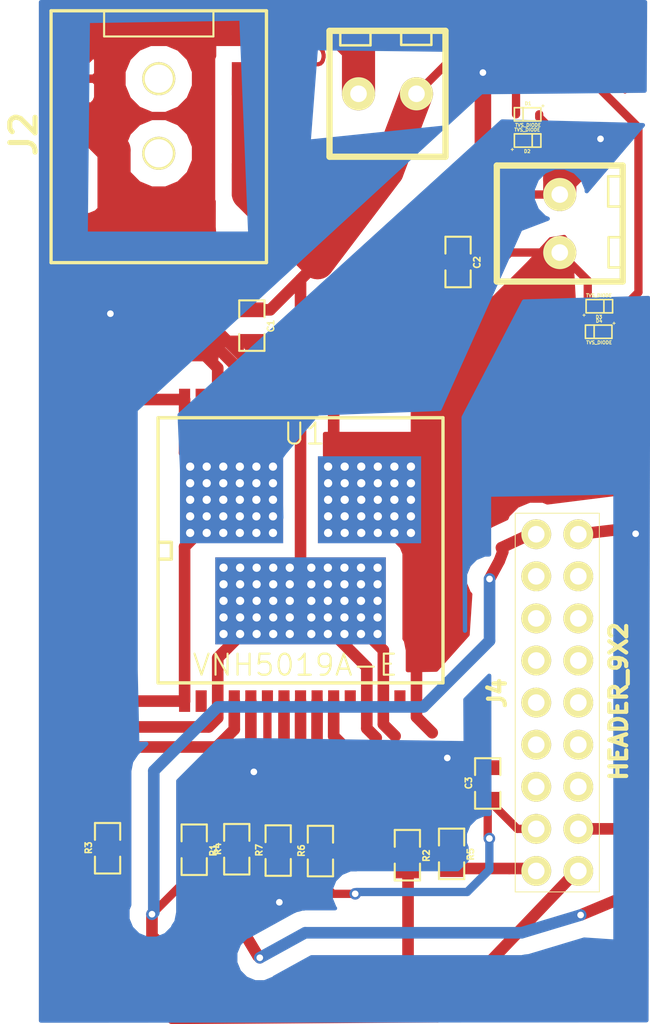
<source format=kicad_pcb>
(kicad_pcb (version 3) (host pcbnew "(2013-08-24 BZR 4298)-stable")

  (general
    (links 165)
    (no_connects 0)
    (area 128.85712 71.10556 168.95444 133.812599)
    (thickness 1.6)
    (drawings 3)
    (tracks 244)
    (zones 0)
    (modules 19)
    (nets 16)
  )

  (page A)
  (layers
    (15 F.Cu signal)
    (0 B.Cu signal)
    (16 B.Adhes user)
    (17 F.Adhes user)
    (18 B.Paste user)
    (19 F.Paste user)
    (20 B.SilkS user)
    (21 F.SilkS user)
    (22 B.Mask user)
    (23 F.Mask user)
    (24 Dwgs.User user)
    (25 Cmts.User user)
    (26 Eco1.User user)
    (27 Eco2.User user)
    (28 Edge.Cuts user)
  )

  (setup
    (last_trace_width 0.25)
    (user_trace_width 0.2)
    (user_trace_width 0.25)
    (user_trace_width 0.3)
    (user_trace_width 0.4)
    (user_trace_width 0.5)
    (user_trace_width 0.6)
    (user_trace_width 0.7)
    (user_trace_width 0.8)
    (user_trace_width 0.9)
    (user_trace_width 1)
    (user_trace_width 1.1)
    (user_trace_width 2)
    (trace_clearance 0.25)
    (zone_clearance 0.8)
    (zone_45_only no)
    (trace_min 0.1)
    (segment_width 0.2)
    (edge_width 0.1)
    (via_size 0.7)
    (via_drill 0.4)
    (via_min_size 0.7)
    (via_min_drill 0.4)
    (uvia_size 0.4)
    (uvia_drill 0.127)
    (uvias_allowed no)
    (uvia_min_size 0.4)
    (uvia_min_drill 0.127)
    (pcb_text_width 0.3)
    (pcb_text_size 1.5 1.5)
    (mod_edge_width 0.15)
    (mod_text_size 1 1)
    (mod_text_width 0.15)
    (pad_size 1.8 1.8)
    (pad_drill 1)
    (pad_to_mask_clearance 0)
    (aux_axis_origin 0 0)
    (visible_elements 7FFFFFFF)
    (pcbplotparams
      (layerselection 3178497)
      (usegerberextensions false)
      (excludeedgelayer true)
      (linewidth 0.150000)
      (plotframeref false)
      (viasonmask false)
      (mode 1)
      (useauxorigin false)
      (hpglpennumber 1)
      (hpglpenspeed 20)
      (hpglpendiameter 15)
      (hpglpenoverlay 2)
      (psnegative false)
      (psa4output false)
      (plotreference true)
      (plotvalue true)
      (plotothertext true)
      (plotinvisibletext false)
      (padsonsilk false)
      (subtractmaskfromsilk false)
      (outputformat 2)
      (mirror false)
      (drillshape 0)
      (scaleselection 1)
      (outputdirectory ""))
  )

  (net 0 "")
  (net 1 +3.3v)
  (net 2 CS)
  (net 3 GND)
  (net 4 ICSPCLK_M1-)
  (net 5 ICSPDAT_M1+)
  (net 6 Motor1OutA)
  (net 7 Motor1OutB)
  (net 8 N-000001)
  (net 9 N-0000012)
  (net 10 N-0000013)
  (net 11 N-0000014)
  (net 12 N-000008)
  (net 13 N-000009)
  (net 14 PWM)
  (net 15 Vin)

  (net_class Default "This is the default net class."
    (clearance 0.25)
    (trace_width 0.25)
    (via_dia 0.7)
    (via_drill 0.4)
    (uvia_dia 0.4)
    (uvia_drill 0.127)
    (add_net "")
    (add_net +3.3v)
    (add_net CS)
    (add_net GND)
    (add_net ICSPCLK_M1-)
    (add_net ICSPDAT_M1+)
    (add_net Motor1OutA)
    (add_net Motor1OutB)
    (add_net N-000001)
    (add_net N-0000012)
    (add_net N-0000013)
    (add_net N-0000014)
    (add_net N-000008)
    (add_net N-000009)
    (add_net PWM)
    (add_net Vin)
  )

  (module TED_TERMINAL_3.5MM_2PIN_TOP_SIDE (layer F.Cu) (tedit 529EC8C6) (tstamp 52709430)
    (at 151.99 77.67)
    (path /525F7744)
    (fp_text reference J1 (at 0.20066 -5.40004) (layer F.SilkS) hide
      (effects (font (thickness 0.3048)))
    )
    (fp_text value TRM_3.5MM_2P (at 0.29972 5.6007) (layer F.SilkS) hide
      (effects (font (size 1.016 1.016) (thickness 0.254)))
    )
    (fp_line (start 2.65 -2.95) (end 2.65 -3.775) (layer F.SilkS) (width 0.15))
    (fp_line (start 0.825 -2.95) (end 2.65 -2.95) (layer F.SilkS) (width 0.15))
    (fp_line (start 0.825 -3.75) (end 0.825 -2.95) (layer F.SilkS) (width 0.15))
    (fp_line (start -2.85 -3.725) (end -2.85 -2.925) (layer F.SilkS) (width 0.15))
    (fp_line (start -2.85 -2.925) (end -1.025 -2.925) (layer F.SilkS) (width 0.15))
    (fp_line (start -1.025 -2.925) (end -1.025 -3.75) (layer F.SilkS) (width 0.15))
    (fp_line (start -3.50012 -3.79984) (end -3.50012 3.79984) (layer F.SilkS) (width 0.381))
    (fp_line (start -3.50012 3.79984) (end 3.50012 3.79984) (layer F.SilkS) (width 0.381))
    (fp_line (start 3.50012 3.79984) (end 3.50012 -3.79984) (layer F.SilkS) (width 0.381))
    (fp_line (start 3.50012 -3.79984) (end -3.50012 -3.79984) (layer F.SilkS) (width 0.381))
    (pad 2 thru_hole circle (at -1.75006 0) (size 2 2) (drill 1)
      (layers *.Mask F.Cu F.SilkS)
      (net 3 GND)
      (clearance 0.75)
    )
    (pad 1 thru_hole circle (at 1.75006 0) (size 2 2) (drill 1)
      (layers *.Mask F.Cu F.SilkS)
      (net 15 Vin)
      (clearance 0.75)
    )
  )

  (module TED_SM0805 (layer F.Cu) (tedit 529ECC5F) (tstamp 52708985)
    (at 142.89 123.26 90)
    (path /5260A785)
    (attr smd)
    (fp_text reference R4 (at 0.0254 -1.14808 90) (layer F.SilkS)
      (effects (font (size 0.381 0.381) (thickness 0.09398)))
    )
    (fp_text value 1k (at 0.10668 1.19888 90) (layer F.SilkS) hide
      (effects (font (size 0.381 0.381) (thickness 0.09398)))
    )
    (fp_line (start -0.508 0.762) (end -1.524 0.762) (layer F.SilkS) (width 0.127))
    (fp_line (start -1.524 0.762) (end -1.524 -0.762) (layer F.SilkS) (width 0.127))
    (fp_line (start -1.524 -0.762) (end -0.508 -0.762) (layer F.SilkS) (width 0.127))
    (fp_line (start 0.508 -0.762) (end 1.524 -0.762) (layer F.SilkS) (width 0.127))
    (fp_line (start 1.524 -0.762) (end 1.524 0.762) (layer F.SilkS) (width 0.127))
    (fp_line (start 1.524 0.762) (end 0.508 0.762) (layer F.SilkS) (width 0.127))
    (pad 1 smd rect (at -0.9525 0 90) (size 0.889 1.397)
      (layers F.Cu F.Paste F.Mask)
      (net 10 N-0000013)
    )
    (pad 2 smd rect (at 0.9525 0 90) (size 0.889 1.397)
      (layers F.Cu F.Paste F.Mask)
      (net 14 PWM)
    )
    (model smd/chip_cms.wrl
      (at (xyz 0 0 0))
      (scale (xyz 0.1 0.1 0.1))
      (rotate (xyz 0 0 0))
    )
  )

  (module TED_SM0805 (layer F.Cu) (tedit 522E5F71) (tstamp 52708ADC)
    (at 158.04 119.29 90)
    (path /5260AA63)
    (attr smd)
    (fp_text reference C3 (at 0.0254 -1.14808 90) (layer F.SilkS)
      (effects (font (size 0.381 0.381) (thickness 0.09398)))
    )
    (fp_text value 33nF (at 0.10668 1.19888 90) (layer F.SilkS) hide
      (effects (font (size 0.381 0.381) (thickness 0.09398)))
    )
    (fp_line (start -0.508 0.762) (end -1.524 0.762) (layer F.SilkS) (width 0.127))
    (fp_line (start -1.524 0.762) (end -1.524 -0.762) (layer F.SilkS) (width 0.127))
    (fp_line (start -1.524 -0.762) (end -0.508 -0.762) (layer F.SilkS) (width 0.127))
    (fp_line (start 0.508 -0.762) (end 1.524 -0.762) (layer F.SilkS) (width 0.127))
    (fp_line (start 1.524 -0.762) (end 1.524 0.762) (layer F.SilkS) (width 0.127))
    (fp_line (start 1.524 0.762) (end 0.508 0.762) (layer F.SilkS) (width 0.127))
    (pad 1 smd rect (at -0.9525 0 90) (size 0.889 1.397)
      (layers F.Cu F.Paste F.Mask)
      (net 11 N-0000014)
    )
    (pad 2 smd rect (at 0.9525 0 90) (size 0.889 1.397)
      (layers F.Cu F.Paste F.Mask)
      (net 3 GND)
    )
    (model smd/chip_cms.wrl
      (at (xyz 0 0 0))
      (scale (xyz 0.1 0.1 0.1))
      (rotate (xyz 0 0 0))
    )
  )

  (module TED_SM0805 (layer F.Cu) (tedit 529ED38C) (tstamp 52708943)
    (at 143.8 91.66 270)
    (path /5260B0D0)
    (attr smd)
    (fp_text reference C1 (at 0.0254 -1.14808 270) (layer F.SilkS)
      (effects (font (size 0.381 0.381) (thickness 0.09398)))
    )
    (fp_text value ".1uF (50v)" (at 0.10668 1.19888 270) (layer F.SilkS) hide
      (effects (font (size 0.381 0.381) (thickness 0.09398)))
    )
    (fp_line (start -0.508 0.762) (end -1.524 0.762) (layer F.SilkS) (width 0.127))
    (fp_line (start -1.524 0.762) (end -1.524 -0.762) (layer F.SilkS) (width 0.127))
    (fp_line (start -1.524 -0.762) (end -0.508 -0.762) (layer F.SilkS) (width 0.127))
    (fp_line (start 0.508 -0.762) (end 1.524 -0.762) (layer F.SilkS) (width 0.127))
    (fp_line (start 1.524 -0.762) (end 1.524 0.762) (layer F.SilkS) (width 0.127))
    (fp_line (start 1.524 0.762) (end 0.508 0.762) (layer F.SilkS) (width 0.127))
    (pad 1 smd rect (at -0.9525 0 270) (size 0.889 1.397)
      (layers F.Cu F.Paste F.Mask)
      (net 15 Vin)
    )
    (pad 2 smd rect (at 0.9525 0 270) (size 0.889 1.397)
      (layers F.Cu F.Paste F.Mask)
      (net 3 GND)
    )
    (model smd/chip_cms.wrl
      (at (xyz 0 0 0))
      (scale (xyz 0.1 0.1 0.1))
      (rotate (xyz 0 0 0))
    )
  )

  (module TED_MultiPowerSO-30 (layer F.Cu) (tedit 5270A0CE) (tstamp 5270836C)
    (at 146.74 105.22)
    (descr "Module CMS SOJ 16 pins tres large")
    (tags "CMS SOJ")
    (path /525F77E9)
    (attr smd)
    (fp_text reference U1 (at 0.225 -7.025) (layer F.SilkS)
      (effects (font (size 1.27 1.27) (thickness 0.127)))
    )
    (fp_text value VNH5019A-E (at -0.325 6.925) (layer F.SilkS)
      (effects (font (size 1.27 1.27) (thickness 0.127)))
    )
    (fp_line (start -8.6 8) (end -8.6 -8) (layer F.SilkS) (width 0.2032))
    (fp_line (start 8.6 -8) (end 8.6 8) (layer F.SilkS) (width 0.2032))
    (fp_line (start -8.6 -8) (end 8.6 -8) (layer F.SilkS) (width 0.2032))
    (fp_line (start 8.6 8) (end -8.6 8) (layer F.SilkS) (width 0.2032))
    (fp_line (start -8.561 -0.483) (end -7.799 -0.483) (layer F.SilkS) (width 0.2032))
    (fp_line (start -7.799 -0.483) (end -7.799 0.533) (layer F.SilkS) (width 0.2032))
    (fp_line (start -7.799 0.533) (end -8.561 0.533) (layer F.SilkS) (width 0.2032))
    (pad 22 smd rect (at 1 -9.1) (size 0.67 1.3)
      (layers F.Cu F.Paste F.Mask)
    )
    (pad 21 smd rect (at 2 -9.1) (size 0.67 1.3)
      (layers F.Cu F.Paste F.Mask)
      (net 7 Motor1OutB)
    )
    (pad 20 smd rect (at 3 -9.1) (size 0.67 1.3)
      (layers F.Cu F.Paste F.Mask)
      (net 3 GND)
    )
    (pad 19 smd rect (at 4 -9.1) (size 0.67 1.3)
      (layers F.Cu F.Paste F.Mask)
      (net 3 GND)
    )
    (pad 18 smd rect (at 5 -9.1) (size 0.67 1.3)
      (layers F.Cu F.Paste F.Mask)
      (net 3 GND)
    )
    (pad 17 smd rect (at 6 -9.1) (size 0.67 1.3)
      (layers F.Cu F.Paste F.Mask)
    )
    (pad 16 smd rect (at 7 -9.1) (size 0.67 1.3)
      (layers F.Cu F.Paste F.Mask)
      (net 7 Motor1OutB)
      (zone_connect 2)
    )
    (pad 15 smd rect (at 7 9.1) (size 0.67 1.3)
      (layers F.Cu F.Paste F.Mask)
      (net 7 Motor1OutB)
    )
    (pad 14 smd rect (at 6 9.1) (size 0.67 1.3)
      (layers F.Cu F.Paste F.Mask)
    )
    (pad 13 smd rect (at 5 9.1) (size 0.67 1.3)
      (layers F.Cu F.Paste F.Mask)
      (net 15 Vin)
    )
    (pad 12 smd rect (at 4 9.1) (size 0.67 1.3)
      (layers F.Cu F.Paste F.Mask)
      (net 15 Vin)
    )
    (pad 11 smd rect (at 3 9.1) (size 0.67 1.3)
      (layers F.Cu F.Paste F.Mask)
    )
    (pad 10 smd rect (at 2 9.1) (size 0.67 1.3)
      (layers F.Cu F.Paste F.Mask)
      (net 4 ICSPCLK_M1-)
    )
    (pad 9 smd rect (at 1 9.1) (size 0.67 1.3)
      (layers F.Cu F.Paste F.Mask)
      (net 12 N-000008)
    )
    (pad 1 smd rect (at -7 9.1) (size 0.67 1.3)
      (layers F.Cu F.Paste F.Mask)
      (net 6 Motor1OutA)
    )
    (pad 2 smd rect (at -6 9.1) (size 0.67 1.3)
      (layers F.Cu F.Paste F.Mask)
    )
    (pad 3 smd rect (at -5 9.1) (size 0.67 1.3)
      (layers F.Cu F.Paste F.Mask)
      (net 15 Vin)
    )
    (pad 4 smd rect (at -4 9.1) (size 0.67 1.3)
      (layers F.Cu F.Paste F.Mask)
      (net 5 ICSPDAT_M1+)
    )
    (pad 5 smd rect (at -3 9.1) (size 0.67 1.3)
      (layers F.Cu F.Paste F.Mask)
      (net 13 N-000009)
    )
    (pad 6 smd rect (at -2 9.1) (size 0.67 1.3)
      (layers F.Cu F.Paste F.Mask)
      (net 3 GND)
    )
    (pad 7 smd rect (at -1 9.1) (size 0.67 1.3)
      (layers F.Cu F.Paste F.Mask)
      (net 14 PWM)
    )
    (pad 8 smd rect (at 0 9.1) (size 0.67 1.3)
      (layers F.Cu F.Paste F.Mask)
      (net 2 CS)
    )
    (pad 23 smd rect (at 0 -9.1) (size 0.67 1.3)
      (layers F.Cu F.Paste F.Mask)
      (net 15 Vin)
    )
    (pad 24 smd rect (at -1 -9.1) (size 0.67 1.3)
      (layers F.Cu F.Paste F.Mask)
    )
    (pad 25 smd rect (at -2 -9.1) (size 0.67 1.3)
      (layers F.Cu F.Paste F.Mask)
      (net 6 Motor1OutA)
    )
    (pad 26 smd rect (at -3 -9.1) (size 0.67 1.3)
      (layers F.Cu F.Paste F.Mask)
      (net 3 GND)
    )
    (pad 27 smd rect (at -4 -9.1) (size 0.67 1.3)
      (layers F.Cu F.Paste F.Mask)
      (net 3 GND)
    )
    (pad 28 smd rect (at -5 -9.1) (size 0.67 1.3)
      (layers F.Cu F.Paste F.Mask)
      (net 3 GND)
    )
    (pad 29 smd rect (at -6 -9.1) (size 0.67 1.3)
      (layers F.Cu F.Paste F.Mask)
    )
    (pad 30 smd rect (at -7 -9.1) (size 0.67 1.3)
      (layers F.Cu F.Paste F.Mask)
      (net 6 Motor1OutA)
    )
    (pad 33 smd rect (at -4.165 -3.05) (size 6.23 5.25)
      (layers F.Cu F.Paste F.Mask)
      (net 6 Motor1OutA)
      (zone_connect 2)
    )
    (pad 32 smd rect (at 4.165 -3.05) (size 6.23 5.25)
      (layers F.Cu F.Paste F.Mask)
      (net 7 Motor1OutB)
      (zone_connect 2)
    )
    (pad 31 smd rect (at 0 3.05) (size 10.3 5.25)
      (layers F.Cu F.Paste F.Mask)
      (net 15 Vin)
      (zone_connect 2)
    )
    (pad 33 thru_hole circle (at -6.665 -5.05) (size 0.5 0.5) (drill 0.5)
      (layers *.Cu)
      (net 6 Motor1OutA)
      (zone_connect 2)
    )
    (pad 33 thru_hole circle (at -5.665 -5.05) (size 0.5 0.5) (drill 0.5)
      (layers *.Cu)
      (net 6 Motor1OutA)
      (zone_connect 2)
    )
    (pad 33 thru_hole circle (at -4.665 -5.05) (size 0.5 0.5) (drill 0.5)
      (layers *.Cu)
      (net 6 Motor1OutA)
      (zone_connect 2)
    )
    (pad 33 thru_hole circle (at -3.665 -5.05) (size 0.5 0.5) (drill 0.5)
      (layers *.Cu)
      (net 6 Motor1OutA)
      (zone_connect 2)
    )
    (pad 33 thru_hole circle (at -2.665 -5.05) (size 0.5 0.5) (drill 0.5)
      (layers *.Cu)
      (net 6 Motor1OutA)
      (zone_connect 2)
    )
    (pad 33 thru_hole circle (at -1.665 -5.05) (size 0.5 0.5) (drill 0.5)
      (layers *.Cu)
      (net 6 Motor1OutA)
      (zone_connect 2)
    )
    (pad 32 thru_hole circle (at 6.665 -5.05) (size 0.5 0.5) (drill 0.5)
      (layers *.Cu)
      (net 7 Motor1OutB)
      (zone_connect 2)
    )
    (pad 32 thru_hole circle (at 5.665 -5.05) (size 0.5 0.5) (drill 0.5)
      (layers *.Cu)
      (net 7 Motor1OutB)
      (zone_connect 2)
    )
    (pad 32 thru_hole circle (at 4.665 -5.05) (size 0.5 0.5) (drill 0.5)
      (layers *.Cu)
      (net 7 Motor1OutB)
      (zone_connect 2)
    )
    (pad 32 thru_hole circle (at 3.665 -5.05) (size 0.5 0.5) (drill 0.5)
      (layers *.Cu)
      (net 7 Motor1OutB)
      (zone_connect 2)
    )
    (pad 32 thru_hole circle (at 2.665 -5.05) (size 0.5 0.5) (drill 0.5)
      (layers *.Cu)
      (net 7 Motor1OutB)
      (zone_connect 2)
    )
    (pad 32 thru_hole circle (at 1.665 -5.05) (size 0.5 0.5) (drill 0.5)
      (layers *.Cu)
      (net 7 Motor1OutB)
      (zone_connect 2)
    )
    (pad 32 thru_hole circle (at 6.665 -4.05) (size 0.5 0.5) (drill 0.5)
      (layers *.Cu)
      (net 7 Motor1OutB)
      (zone_connect 2)
    )
    (pad 32 thru_hole circle (at 5.665 -4.05) (size 0.5 0.5) (drill 0.5)
      (layers *.Cu)
      (net 7 Motor1OutB)
      (zone_connect 2)
    )
    (pad 32 thru_hole circle (at 4.665 -4.05) (size 0.5 0.5) (drill 0.5)
      (layers *.Cu)
      (net 7 Motor1OutB)
      (zone_connect 2)
    )
    (pad 32 thru_hole circle (at 3.665 -4.05) (size 0.5 0.5) (drill 0.5)
      (layers *.Cu)
      (net 7 Motor1OutB)
      (zone_connect 2)
    )
    (pad 32 thru_hole circle (at 2.665 -4.05) (size 0.5 0.5) (drill 0.5)
      (layers *.Cu)
      (net 7 Motor1OutB)
      (zone_connect 2)
    )
    (pad 32 thru_hole circle (at 1.665 -4.05) (size 0.5 0.5) (drill 0.5)
      (layers *.Cu)
      (net 7 Motor1OutB)
      (zone_connect 2)
    )
    (pad 33 thru_hole circle (at -1.665 -4.05) (size 0.5 0.5) (drill 0.5)
      (layers *.Cu)
      (net 6 Motor1OutA)
      (zone_connect 2)
    )
    (pad 33 thru_hole circle (at -2.665 -4.05) (size 0.5 0.5) (drill 0.5)
      (layers *.Cu)
      (net 6 Motor1OutA)
      (zone_connect 2)
    )
    (pad 33 thru_hole circle (at -3.665 -4.05) (size 0.5 0.5) (drill 0.5)
      (layers *.Cu)
      (net 6 Motor1OutA)
      (zone_connect 2)
    )
    (pad 33 thru_hole circle (at -4.665 -4.05) (size 0.5 0.5) (drill 0.5)
      (layers *.Cu)
      (net 6 Motor1OutA)
      (zone_connect 2)
    )
    (pad 33 thru_hole circle (at -5.665 -4.05) (size 0.5 0.5) (drill 0.5)
      (layers *.Cu)
      (net 6 Motor1OutA)
      (zone_connect 2)
    )
    (pad 33 thru_hole circle (at -6.665 -4.05) (size 0.5 0.5) (drill 0.5)
      (layers *.Cu)
      (net 6 Motor1OutA)
      (zone_connect 2)
    )
    (pad 32 thru_hole circle (at 1.665 -3.05) (size 0.5 0.5) (drill 0.5)
      (layers *.Cu)
      (net 7 Motor1OutB)
      (zone_connect 2)
    )
    (pad 32 thru_hole circle (at 2.665 -3.05) (size 0.5 0.5) (drill 0.5)
      (layers *.Cu)
      (net 7 Motor1OutB)
      (zone_connect 2)
    )
    (pad 32 thru_hole circle (at 3.665 -3.05) (size 0.5 0.5) (drill 0.5)
      (layers *.Cu)
      (net 7 Motor1OutB)
      (zone_connect 2)
    )
    (pad 32 thru_hole circle (at 4.665 -3.05) (size 0.5 0.5) (drill 0.5)
      (layers *.Cu)
      (net 7 Motor1OutB)
      (zone_connect 2)
    )
    (pad 32 thru_hole circle (at 5.665 -3.05) (size 0.5 0.5) (drill 0.5)
      (layers *.Cu)
      (net 7 Motor1OutB)
      (zone_connect 2)
    )
    (pad 32 thru_hole circle (at 6.665 -3.05) (size 0.5 0.5) (drill 0.5)
      (layers *.Cu)
      (net 7 Motor1OutB)
      (zone_connect 2)
    )
    (pad 33 thru_hole circle (at -1.665 -3.05) (size 0.5 0.5) (drill 0.5)
      (layers *.Cu)
      (net 6 Motor1OutA)
      (zone_connect 2)
    )
    (pad 33 thru_hole circle (at -2.665 -3.05) (size 0.5 0.5) (drill 0.5)
      (layers *.Cu)
      (net 6 Motor1OutA)
      (zone_connect 2)
    )
    (pad 33 thru_hole circle (at -3.665 -3.05) (size 0.5 0.5) (drill 0.5)
      (layers *.Cu)
      (net 6 Motor1OutA)
      (zone_connect 2)
    )
    (pad 33 thru_hole circle (at -4.665 -3.05) (size 0.5 0.5) (drill 0.5)
      (layers *.Cu)
      (net 6 Motor1OutA)
      (zone_connect 2)
    )
    (pad 33 thru_hole circle (at -5.665 -3.05) (size 0.5 0.5) (drill 0.5)
      (layers *.Cu)
      (net 6 Motor1OutA)
      (zone_connect 2)
    )
    (pad 33 thru_hole circle (at -6.665 -3.05) (size 0.5 0.5) (drill 0.5)
      (layers *.Cu)
      (net 6 Motor1OutA)
      (zone_connect 2)
    )
    (pad 33 thru_hole circle (at -6.665 -2.05) (size 0.5 0.5) (drill 0.5)
      (layers *.Cu)
      (net 6 Motor1OutA)
      (zone_connect 2)
    )
    (pad 33 thru_hole circle (at -5.665 -2.05) (size 0.5 0.5) (drill 0.5)
      (layers *.Cu)
      (net 6 Motor1OutA)
      (zone_connect 2)
    )
    (pad 33 thru_hole circle (at -4.665 -2.05) (size 0.5 0.5) (drill 0.5)
      (layers *.Cu)
      (net 6 Motor1OutA)
      (zone_connect 2)
    )
    (pad 33 thru_hole circle (at -3.665 -2.05) (size 0.5 0.5) (drill 0.5)
      (layers *.Cu)
      (net 6 Motor1OutA)
      (zone_connect 2)
    )
    (pad 33 thru_hole circle (at -2.665 -2.05) (size 0.5 0.5) (drill 0.5)
      (layers *.Cu)
      (net 6 Motor1OutA)
      (zone_connect 2)
    )
    (pad 33 thru_hole circle (at -1.665 -2.05) (size 0.5 0.5) (drill 0.5)
      (layers *.Cu)
      (net 6 Motor1OutA)
      (zone_connect 2)
    )
    (pad 32 thru_hole circle (at 1.665 -2.05) (size 0.5 0.5) (drill 0.5)
      (layers *.Cu)
      (net 7 Motor1OutB)
      (zone_connect 2)
    )
    (pad 32 thru_hole circle (at 2.665 -2.05) (size 0.5 0.5) (drill 0.5)
      (layers *.Cu)
      (net 7 Motor1OutB)
      (zone_connect 2)
    )
    (pad 32 thru_hole circle (at 3.665 -2.05) (size 0.5 0.5) (drill 0.5)
      (layers *.Cu)
      (net 7 Motor1OutB)
      (zone_connect 2)
    )
    (pad 32 thru_hole circle (at 4.665 -2.05) (size 0.5 0.5) (drill 0.5)
      (layers *.Cu)
      (net 7 Motor1OutB)
      (zone_connect 2)
    )
    (pad 32 thru_hole circle (at 5.665 -2.05) (size 0.5 0.5) (drill 0.5)
      (layers *.Cu)
      (net 7 Motor1OutB)
      (zone_connect 2)
    )
    (pad 32 thru_hole circle (at 6.665 -2.05) (size 0.5 0.5) (drill 0.5)
      (layers *.Cu)
      (net 7 Motor1OutB)
      (zone_connect 2)
    )
    (pad 33 thru_hole circle (at -6.665 -1.05) (size 0.5 0.5) (drill 0.5)
      (layers *.Cu)
      (net 6 Motor1OutA)
      (zone_connect 2)
    )
    (pad 33 thru_hole circle (at -5.665 -1.05) (size 0.5 0.5) (drill 0.5)
      (layers *.Cu)
      (net 6 Motor1OutA)
      (zone_connect 2)
    )
    (pad 33 thru_hole circle (at -4.665 -1.05) (size 0.5 0.5) (drill 0.5)
      (layers *.Cu)
      (net 6 Motor1OutA)
      (zone_connect 2)
    )
    (pad 33 thru_hole circle (at -3.665 -1.05) (size 0.5 0.5) (drill 0.5)
      (layers *.Cu)
      (net 6 Motor1OutA)
      (zone_connect 2)
    )
    (pad 33 thru_hole circle (at -2.665 -1.05) (size 0.5 0.5) (drill 0.5)
      (layers *.Cu)
      (net 6 Motor1OutA)
      (zone_connect 2)
    )
    (pad 33 thru_hole circle (at -1.665 -1.05) (size 0.5 0.5) (drill 0.5)
      (layers *.Cu)
      (net 6 Motor1OutA)
      (zone_connect 2)
    )
    (pad 32 thru_hole circle (at 1.665 -1.05) (size 0.5 0.5) (drill 0.5)
      (layers *.Cu)
      (net 7 Motor1OutB)
      (zone_connect 2)
    )
    (pad 32 thru_hole circle (at 2.665 -1.05) (size 0.5 0.5) (drill 0.5)
      (layers *.Cu)
      (net 7 Motor1OutB)
      (zone_connect 2)
    )
    (pad 32 thru_hole circle (at 3.665 -1.05) (size 0.5 0.5) (drill 0.5)
      (layers *.Cu)
      (net 7 Motor1OutB)
      (zone_connect 2)
    )
    (pad 32 thru_hole circle (at 4.665 -1.05) (size 0.5 0.5) (drill 0.5)
      (layers *.Cu)
      (net 7 Motor1OutB)
      (zone_connect 2)
    )
    (pad 32 thru_hole circle (at 5.665 -1.05) (size 0.5 0.5) (drill 0.5)
      (layers *.Cu)
      (net 7 Motor1OutB)
      (zone_connect 2)
    )
    (pad 32 thru_hole circle (at 6.665 -1.05) (size 0.5 0.5) (drill 0.5)
      (layers *.Cu)
      (net 7 Motor1OutB)
      (zone_connect 2)
    )
    (pad 31 thru_hole circle (at 1.65 1.05) (size 0.5 0.5) (drill 0.5)
      (layers *.Cu)
      (net 15 Vin)
      (zone_connect 2)
    )
    (pad 31 thru_hole circle (at 2.65 1.05) (size 0.5 0.5) (drill 0.5)
      (layers *.Cu)
      (net 15 Vin)
      (zone_connect 2)
    )
    (pad 31 thru_hole circle (at 3.65 1.05) (size 0.5 0.5) (drill 0.5)
      (layers *.Cu)
      (net 15 Vin)
      (zone_connect 2)
    )
    (pad 31 thru_hole circle (at 4.65 1.05) (size 0.5 0.5) (drill 0.5)
      (layers *.Cu)
      (net 15 Vin)
      (zone_connect 2)
    )
    (pad 31 thru_hole circle (at 4.65 2.05) (size 0.5 0.5) (drill 0.5)
      (layers *.Cu)
      (net 15 Vin)
      (zone_connect 2)
    )
    (pad 31 thru_hole circle (at 3.65 2.05) (size 0.5 0.5) (drill 0.5)
      (layers *.Cu)
      (net 15 Vin)
      (zone_connect 2)
    )
    (pad 31 thru_hole circle (at 2.65 2.05) (size 0.5 0.5) (drill 0.5)
      (layers *.Cu)
      (net 15 Vin)
      (zone_connect 2)
    )
    (pad 31 thru_hole circle (at 1.65 2.05) (size 0.5 0.5) (drill 0.5)
      (layers *.Cu)
      (net 15 Vin)
      (zone_connect 2)
    )
    (pad 31 thru_hole circle (at 4.65 3.05) (size 0.5 0.5) (drill 0.5)
      (layers *.Cu)
      (net 15 Vin)
      (zone_connect 2)
    )
    (pad 31 thru_hole circle (at 3.65 3.05) (size 0.5 0.5) (drill 0.5)
      (layers *.Cu)
      (net 15 Vin)
      (zone_connect 2)
    )
    (pad 31 thru_hole circle (at 2.65 3.05) (size 0.5 0.5) (drill 0.5)
      (layers *.Cu)
      (net 15 Vin)
      (zone_connect 2)
    )
    (pad 31 thru_hole circle (at 1.65 3.05) (size 0.5 0.5) (drill 0.5)
      (layers *.Cu)
      (net 15 Vin)
      (zone_connect 2)
    )
    (pad 31 thru_hole circle (at 1.65 4.05) (size 0.5 0.5) (drill 0.5)
      (layers *.Cu)
      (net 15 Vin)
      (zone_connect 2)
    )
    (pad 31 thru_hole circle (at 2.65 4.05) (size 0.5 0.5) (drill 0.5)
      (layers *.Cu)
      (net 15 Vin)
      (zone_connect 2)
    )
    (pad 31 thru_hole circle (at 3.65 4.05) (size 0.5 0.5) (drill 0.5)
      (layers *.Cu)
      (net 15 Vin)
      (zone_connect 2)
    )
    (pad 31 thru_hole circle (at 4.65 4.05) (size 0.5 0.5) (drill 0.5)
      (layers *.Cu)
      (net 15 Vin)
      (zone_connect 2)
    )
    (pad 31 thru_hole circle (at 1.65 5.05) (size 0.5 0.5) (drill 0.5)
      (layers *.Cu)
      (net 15 Vin)
      (zone_connect 2)
    )
    (pad 31 thru_hole circle (at 2.65 5.05) (size 0.5 0.5) (drill 0.5)
      (layers *.Cu)
      (net 15 Vin)
      (zone_connect 2)
    )
    (pad 31 thru_hole circle (at 3.65 5.05) (size 0.5 0.5) (drill 0.5)
      (layers *.Cu)
      (net 15 Vin)
      (zone_connect 2)
    )
    (pad 31 thru_hole circle (at 4.65 5.05) (size 0.5 0.5) (drill 0.5)
      (layers *.Cu)
      (net 15 Vin)
      (zone_connect 2)
    )
    (pad 31 thru_hole circle (at 0.65 5.05) (size 0.5 0.5) (drill 0.5)
      (layers *.Cu)
      (net 15 Vin)
      (zone_connect 2)
    )
    (pad 31 thru_hole circle (at -0.65 5.05) (size 0.5 0.5) (drill 0.5)
      (layers *.Cu)
      (net 15 Vin)
      (zone_connect 2)
    )
    (pad 31 thru_hole circle (at -1.65 5.05) (size 0.5 0.5) (drill 0.5)
      (layers *.Cu)
      (net 15 Vin)
      (zone_connect 2)
    )
    (pad 31 thru_hole circle (at -2.65 5.05) (size 0.5 0.5) (drill 0.5)
      (layers *.Cu)
      (net 15 Vin)
      (zone_connect 2)
    )
    (pad 31 thru_hole circle (at -3.65 5.05) (size 0.5 0.5) (drill 0.5)
      (layers *.Cu)
      (net 15 Vin)
      (zone_connect 2)
    )
    (pad 31 thru_hole circle (at -4.65 5.05) (size 0.5 0.5) (drill 0.5)
      (layers *.Cu)
      (net 15 Vin)
      (zone_connect 2)
    )
    (pad 31 thru_hole circle (at 0.65 4.05) (size 0.5 0.5) (drill 0.5)
      (layers *.Cu)
      (net 15 Vin)
      (zone_connect 2)
    )
    (pad 31 thru_hole circle (at -0.65 4.05) (size 0.5 0.5) (drill 0.5)
      (layers *.Cu)
      (net 15 Vin)
      (zone_connect 2)
    )
    (pad 31 thru_hole circle (at -1.65 4.05) (size 0.5 0.5) (drill 0.5)
      (layers *.Cu)
      (net 15 Vin)
      (zone_connect 2)
    )
    (pad 31 thru_hole circle (at -2.65 4.05) (size 0.5 0.5) (drill 0.5)
      (layers *.Cu)
      (net 15 Vin)
      (zone_connect 2)
    )
    (pad 31 thru_hole circle (at -3.65 4.05) (size 0.5 0.5) (drill 0.5)
      (layers *.Cu)
      (net 15 Vin)
      (zone_connect 2)
    )
    (pad 31 thru_hole circle (at -4.65 4.05) (size 0.5 0.5) (drill 0.5)
      (layers *.Cu)
      (net 15 Vin)
      (zone_connect 2)
    )
    (pad 31 thru_hole circle (at -4.65 3.05) (size 0.5 0.5) (drill 0.5)
      (layers *.Cu)
      (net 15 Vin)
      (zone_connect 2)
    )
    (pad 31 thru_hole circle (at -3.65 3.05) (size 0.5 0.5) (drill 0.5)
      (layers *.Cu)
      (net 15 Vin)
      (zone_connect 2)
    )
    (pad 31 thru_hole circle (at -2.65 3.05) (size 0.5 0.5) (drill 0.5)
      (layers *.Cu)
      (net 15 Vin)
      (zone_connect 2)
    )
    (pad 31 thru_hole circle (at -1.65 3.05) (size 0.5 0.5) (drill 0.5)
      (layers *.Cu)
      (net 15 Vin)
      (zone_connect 2)
    )
    (pad 31 thru_hole circle (at -0.65 3.05) (size 0.5 0.5) (drill 0.5)
      (layers *.Cu)
      (net 15 Vin)
      (zone_connect 2)
    )
    (pad 31 thru_hole circle (at 0.65 3.05) (size 0.5 0.5) (drill 0.5)
      (layers *.Cu)
      (net 15 Vin)
      (zone_connect 2)
    )
    (pad 31 thru_hole circle (at -4.65 2.05) (size 0.5 0.5) (drill 0.5)
      (layers *.Cu)
      (net 15 Vin)
      (zone_connect 2)
    )
    (pad 31 thru_hole circle (at -3.65 2.05) (size 0.5 0.5) (drill 0.5)
      (layers *.Cu)
      (net 15 Vin)
      (zone_connect 2)
    )
    (pad 31 thru_hole circle (at -2.65 2.05) (size 0.5 0.5) (drill 0.5)
      (layers *.Cu)
      (net 15 Vin)
      (zone_connect 2)
    )
    (pad 31 thru_hole circle (at -1.65 2.05) (size 0.5 0.5) (drill 0.5)
      (layers *.Cu)
      (net 15 Vin)
      (zone_connect 2)
    )
    (pad 31 thru_hole circle (at -0.65 2.05) (size 0.5 0.5) (drill 0.5)
      (layers *.Cu)
      (net 15 Vin)
      (zone_connect 2)
    )
    (pad 31 thru_hole circle (at 0.65 2.05) (size 0.5 0.5) (drill 0.5)
      (layers *.Cu)
      (net 15 Vin)
      (zone_connect 2)
    )
    (pad 31 thru_hole circle (at 0.65 1.05) (size 0.5 0.5) (drill 0.5)
      (layers *.Cu)
      (net 15 Vin)
      (zone_connect 2)
    )
    (pad 31 thru_hole circle (at -0.65 1.05) (size 0.5 0.5) (drill 0.5)
      (layers *.Cu)
      (net 15 Vin)
      (zone_connect 2)
    )
    (pad 31 thru_hole circle (at -1.65 1.05) (size 0.5 0.5) (drill 0.5)
      (layers *.Cu)
      (net 15 Vin)
      (zone_connect 2)
    )
    (pad 31 thru_hole circle (at -2.65 1.05) (size 0.5 0.5) (drill 0.5)
      (layers *.Cu)
      (net 15 Vin)
      (zone_connect 2)
    )
    (pad 31 thru_hole circle (at -3.65 1.05) (size 0.5 0.5) (drill 0.5)
      (layers *.Cu)
      (net 15 Vin)
      (zone_connect 2)
    )
    (pad 31 thru_hole circle (at -4.65 1.05) (size 0.5 0.5) (drill 0.5)
      (layers *.Cu)
      (net 15 Vin)
      (zone_connect 2)
    )
    (pad 33 smd rect (at -4.165 -3.05) (size 6.23 5.25)
      (layers B.Cu F.Paste F.Mask)
      (net 6 Motor1OutA)
      (zone_connect 2)
    )
    (pad 32 smd rect (at 4.165 -3.05) (size 6.23 5.25)
      (layers B.Cu F.Paste F.Mask)
      (net 7 Motor1OutB)
      (zone_connect 2)
    )
    (pad 31 smd rect (at 0 3.05) (size 10.3 5.25)
      (layers B.Cu F.Paste F.Mask)
      (net 15 Vin)
      (zone_connect 2)
    )
    (model smd/cms_so16.wrl
      (at (xyz 0 0 0))
      (scale (xyz 0.5 0.6 0.5))
      (rotate (xyz 0 0 0))
    )
  )

  (module TED_SOD-523 (layer F.Cu) (tedit 529EBAAE) (tstamp 529F4EB5)
    (at 160.45 78.91)
    (path /529EBC66)
    (fp_text reference D1 (at 0.025 -0.65) (layer F.SilkS)
      (effects (font (size 0.2 0.2) (thickness 0.05)))
    )
    (fp_text value TVS_DIODE (at 0.025 0.65) (layer F.SilkS)
      (effects (font (size 0.2 0.2) (thickness 0.05)))
    )
    (fp_text user + (at 0.925 -0.525) (layer F.SilkS)
      (effects (font (size 0.2 0.2) (thickness 0.05)))
    )
    (fp_line (start -0.275 -0.4) (end -0.275 0.4) (layer F.SilkS) (width 0.09906))
    (fp_line (start -0.8 -0.4) (end 0.8 -0.4) (layer F.SilkS) (width 0.09906))
    (fp_line (start 0.8 -0.4) (end 0.8 0.4) (layer F.SilkS) (width 0.09906))
    (fp_line (start 0.8 0.4) (end -0.8 0.4) (layer F.SilkS) (width 0.09906))
    (fp_line (start -0.8 0.4) (end -0.8 -0.4) (layer F.SilkS) (width 0.09906))
    (pad 1 smd rect (at -0.7 0) (size 0.2 0.3)
      (layers F.Cu F.Paste F.Mask)
      (net 15 Vin)
      (clearance 0.1)
    )
    (pad 2 smd rect (at 0.7 0) (size 0.2 0.3)
      (layers F.Cu F.Paste F.Mask)
      (net 6 Motor1OutA)
      (clearance 0.1)
    )
  )

  (module TED_SOD-523 (layer F.Cu) (tedit 529EBAAE) (tstamp 529F4EC1)
    (at 160.45 80.49 180)
    (path /529EBC9E)
    (fp_text reference D2 (at 0.025 -0.65 180) (layer F.SilkS)
      (effects (font (size 0.2 0.2) (thickness 0.05)))
    )
    (fp_text value TVS_DIODE (at 0.025 0.65 180) (layer F.SilkS)
      (effects (font (size 0.2 0.2) (thickness 0.05)))
    )
    (fp_text user + (at 0.925 -0.525 180) (layer F.SilkS)
      (effects (font (size 0.2 0.2) (thickness 0.05)))
    )
    (fp_line (start -0.275 -0.4) (end -0.275 0.4) (layer F.SilkS) (width 0.09906))
    (fp_line (start -0.8 -0.4) (end 0.8 -0.4) (layer F.SilkS) (width 0.09906))
    (fp_line (start 0.8 -0.4) (end 0.8 0.4) (layer F.SilkS) (width 0.09906))
    (fp_line (start 0.8 0.4) (end -0.8 0.4) (layer F.SilkS) (width 0.09906))
    (fp_line (start -0.8 0.4) (end -0.8 -0.4) (layer F.SilkS) (width 0.09906))
    (pad 1 smd rect (at -0.7 0 180) (size 0.2 0.3)
      (layers F.Cu F.Paste F.Mask)
      (net 6 Motor1OutA)
      (clearance 0.1)
    )
    (pad 2 smd rect (at 0.7 0 180) (size 0.2 0.3)
      (layers F.Cu F.Paste F.Mask)
      (net 3 GND)
      (clearance 0.1)
    )
  )

  (module TED_SOD-523 (layer F.Cu) (tedit 529EBAAE) (tstamp 529F4ECD)
    (at 164.78 90.49 180)
    (path /529EBDB8)
    (fp_text reference D3 (at 0.025 -0.65 180) (layer F.SilkS)
      (effects (font (size 0.2 0.2) (thickness 0.05)))
    )
    (fp_text value TVS_DIODE (at 0.025 0.65 180) (layer F.SilkS)
      (effects (font (size 0.2 0.2) (thickness 0.05)))
    )
    (fp_text user + (at 0.925 -0.525 180) (layer F.SilkS)
      (effects (font (size 0.2 0.2) (thickness 0.05)))
    )
    (fp_line (start -0.275 -0.4) (end -0.275 0.4) (layer F.SilkS) (width 0.09906))
    (fp_line (start -0.8 -0.4) (end 0.8 -0.4) (layer F.SilkS) (width 0.09906))
    (fp_line (start 0.8 -0.4) (end 0.8 0.4) (layer F.SilkS) (width 0.09906))
    (fp_line (start 0.8 0.4) (end -0.8 0.4) (layer F.SilkS) (width 0.09906))
    (fp_line (start -0.8 0.4) (end -0.8 -0.4) (layer F.SilkS) (width 0.09906))
    (pad 1 smd rect (at -0.7 0 180) (size 0.2 0.3)
      (layers F.Cu F.Paste F.Mask)
      (net 15 Vin)
      (clearance 0.1)
    )
    (pad 2 smd rect (at 0.7 0 180) (size 0.2 0.3)
      (layers F.Cu F.Paste F.Mask)
      (net 7 Motor1OutB)
      (clearance 0.1)
    )
  )

  (module TED_SOD-523 (layer F.Cu) (tedit 529EBAAE) (tstamp 529F4ED9)
    (at 164.74 92.03)
    (path /529EBC82)
    (fp_text reference D4 (at 0.025 -0.65) (layer F.SilkS)
      (effects (font (size 0.2 0.2) (thickness 0.05)))
    )
    (fp_text value TVS_DIODE (at 0.025 0.65) (layer F.SilkS)
      (effects (font (size 0.2 0.2) (thickness 0.05)))
    )
    (fp_text user + (at 0.925 -0.525) (layer F.SilkS)
      (effects (font (size 0.2 0.2) (thickness 0.05)))
    )
    (fp_line (start -0.275 -0.4) (end -0.275 0.4) (layer F.SilkS) (width 0.09906))
    (fp_line (start -0.8 -0.4) (end 0.8 -0.4) (layer F.SilkS) (width 0.09906))
    (fp_line (start 0.8 -0.4) (end 0.8 0.4) (layer F.SilkS) (width 0.09906))
    (fp_line (start 0.8 0.4) (end -0.8 0.4) (layer F.SilkS) (width 0.09906))
    (fp_line (start -0.8 0.4) (end -0.8 -0.4) (layer F.SilkS) (width 0.09906))
    (pad 1 smd rect (at -0.7 0) (size 0.2 0.3)
      (layers F.Cu F.Paste F.Mask)
      (net 7 Motor1OutB)
      (clearance 0.1)
    )
    (pad 2 smd rect (at 0.7 0) (size 0.2 0.3)
      (layers F.Cu F.Paste F.Mask)
      (net 3 GND)
      (clearance 0.1)
    )
  )

  (module TED_SM0805 (layer F.Cu) (tedit 529ED398) (tstamp 529F4F9D)
    (at 156.25 87.82 270)
    (path /529EBC8A)
    (attr smd)
    (fp_text reference C2 (at 0.0254 -1.14808 270) (layer F.SilkS)
      (effects (font (size 0.381 0.381) (thickness 0.09398)))
    )
    (fp_text value ".1uF (50v)" (at 0.10668 1.19888 270) (layer F.SilkS) hide
      (effects (font (size 0.381 0.381) (thickness 0.09398)))
    )
    (fp_line (start -0.508 0.762) (end -1.524 0.762) (layer F.SilkS) (width 0.127))
    (fp_line (start -1.524 0.762) (end -1.524 -0.762) (layer F.SilkS) (width 0.127))
    (fp_line (start -1.524 -0.762) (end -0.508 -0.762) (layer F.SilkS) (width 0.127))
    (fp_line (start 0.508 -0.762) (end 1.524 -0.762) (layer F.SilkS) (width 0.127))
    (fp_line (start 1.524 -0.762) (end 1.524 0.762) (layer F.SilkS) (width 0.127))
    (fp_line (start 1.524 0.762) (end 0.508 0.762) (layer F.SilkS) (width 0.127))
    (pad 1 smd rect (at -0.9525 0 270) (size 0.889 1.397)
      (layers F.Cu F.Paste F.Mask)
      (net 6 Motor1OutA)
    )
    (pad 2 smd rect (at 0.9525 0 270) (size 0.889 1.397)
      (layers F.Cu F.Paste F.Mask)
      (net 7 Motor1OutB)
    )
    (model smd/chip_cms.wrl
      (at (xyz 0 0 0))
      (scale (xyz 0.1 0.1 0.1))
      (rotate (xyz 0 0 0))
    )
  )

  (module TED_DC_2.1mm_SMT (layer F.Cu) (tedit 52880F9F) (tstamp 529F5C02)
    (at 138.18 80.26 90)
    (path /52503907)
    (fp_text reference J2 (at 0.15748 -8.15848 90) (layer F.SilkS)
      (effects (font (thickness 0.3048)))
    )
    (fp_text value DC_2.1MM (at 0.1016 8.49884 90) (layer F.SilkS) hide
      (effects (font (thickness 0.3048)))
    )
    (fp_line (start 7.6 -3.3) (end 6.05 -3.3) (layer F.SilkS) (width 0.127))
    (fp_line (start 6.05 -3.3) (end 6.05 3.3) (layer F.SilkS) (width 0.127))
    (fp_line (start 6.05 3.3) (end 7.575 3.3) (layer F.SilkS) (width 0.127))
    (fp_line (start -7.59968 -6.5024) (end 7.59968 -6.5024) (layer F.SilkS) (width 0.20066))
    (fp_line (start 7.59968 -6.5024) (end 7.59968 6.5024) (layer F.SilkS) (width 0.20066))
    (fp_line (start 7.59968 6.5024) (end -7.59968 6.5024) (layer F.SilkS) (width 0.20066))
    (fp_line (start -7.59968 6.5024) (end -7.59968 -6.5024) (layer F.SilkS) (width 0.20066))
    (pad "" np_thru_hole circle (at -1.00076 0 90) (size 1.99898 1.99898) (drill 1.69926)
      (layers *.Cu *.Mask F.SilkS)
    )
    (pad 1 smd rect (at 3.50012 5.4102 90) (size 1.99898 1.99898)
      (layers F.Cu F.Paste F.Mask)
      (net 15 Vin)
    )
    (pad 1 smd rect (at -2.60096 5.4102 90) (size 1.99898 1.99898)
      (layers F.Cu F.Paste F.Mask)
      (net 15 Vin)
    )
    (pad 2 smd rect (at 3.50012 -5.41528 90) (size 1.99898 1.99898)
      (layers F.Cu F.Paste F.Mask)
      (net 3 GND)
    )
    (pad 3 smd rect (at -2.60096 -5.41528 90) (size 1.99898 1.99898)
      (layers F.Cu F.Paste F.Mask)
    )
    (pad "" np_thru_hole circle (at 3.50012 0 90) (size 1.99898 1.99898) (drill 1.69926)
      (layers *.Cu *.Mask F.SilkS)
    )
  )

  (module TED_TERMINAL_3.5MM_2PIN_TOP_SIDE (layer F.Cu) (tedit 529EC8D0) (tstamp 529F5D95)
    (at 162.39 85.5 270)
    (path /525F7807)
    (fp_text reference J3 (at 0.20066 -5.40004 270) (layer F.SilkS) hide
      (effects (font (thickness 0.3048)))
    )
    (fp_text value TRM_3.5MM_2P (at 0.29972 5.6007 270) (layer F.SilkS) hide
      (effects (font (size 1.016 1.016) (thickness 0.254)))
    )
    (fp_line (start 2.65 -2.95) (end 2.65 -3.775) (layer F.SilkS) (width 0.15))
    (fp_line (start 0.825 -2.95) (end 2.65 -2.95) (layer F.SilkS) (width 0.15))
    (fp_line (start 0.825 -3.75) (end 0.825 -2.95) (layer F.SilkS) (width 0.15))
    (fp_line (start -2.85 -3.725) (end -2.85 -2.925) (layer F.SilkS) (width 0.15))
    (fp_line (start -2.85 -2.925) (end -1.025 -2.925) (layer F.SilkS) (width 0.15))
    (fp_line (start -1.025 -2.925) (end -1.025 -3.75) (layer F.SilkS) (width 0.15))
    (fp_line (start -3.50012 -3.79984) (end -3.50012 3.79984) (layer F.SilkS) (width 0.381))
    (fp_line (start -3.50012 3.79984) (end 3.50012 3.79984) (layer F.SilkS) (width 0.381))
    (fp_line (start 3.50012 3.79984) (end 3.50012 -3.79984) (layer F.SilkS) (width 0.381))
    (fp_line (start 3.50012 -3.79984) (end -3.50012 -3.79984) (layer F.SilkS) (width 0.381))
    (pad 2 thru_hole circle (at -1.75006 0 270) (size 2 2) (drill 1)
      (layers *.Mask F.Cu F.SilkS)
      (net 6 Motor1OutA)
      (zone_connect 2)
    )
    (pad 1 thru_hole circle (at 1.75006 0 270) (size 2 2) (drill 1)
      (layers *.Mask F.Cu F.SilkS)
      (net 7 Motor1OutB)
      (zone_connect 2)
    )
  )

  (module TED_HEADER_9x2_BOTTOM (layer F.Cu) (tedit 529EC773) (tstamp 529F5DA4)
    (at 162.24 114.41 90)
    (path /5250399A)
    (fp_text reference J4 (at 0.575 -3.625 90) (layer F.SilkS)
      (effects (font (size 1.016 1.016) (thickness 0.254)))
    )
    (fp_text value HEADER_9X2 (at 0.07366 3.70332 90) (layer F.SilkS)
      (effects (font (size 1.016 1.016) (thickness 0.254)))
    )
    (fp_line (start -11.43 -2.54) (end 11.43 -2.54) (layer F.SilkS) (width 0.0508))
    (fp_line (start 11.43 2.54) (end -11.43 2.54) (layer F.SilkS) (width 0.0508))
    (fp_line (start -11.425 2.54) (end -11.425 -2.54) (layer F.SilkS) (width 0.0508))
    (fp_line (start 11.43 -2.54) (end 11.43 2.54) (layer F.SilkS) (width 0.0508))
    (pad 13 thru_hole circle (at 2.54 -1.27 90) (size 1.8 1.8) (drill 1)
      (layers F.Cu F.SilkS F.Mask)
      (clearance 0.25)
    )
    (pad 12 thru_hole circle (at 5.08 -1.27 90) (size 1.8 1.8) (drill 1)
      (layers F.Cu F.SilkS F.Mask)
      (clearance 0.25)
    )
    (pad 11 thru_hole circle (at 7.62 -1.27 90) (size 1.8 1.8) (drill 1)
      (layers F.Cu F.SilkS F.Mask)
      (clearance 0.25)
    )
    (pad 10 thru_hole circle (at 10.16 -1.27 90) (size 1.8 1.8) (drill 1)
      (layers F.Cu F.SilkS F.Mask)
      (net 1 +3.3v)
      (clearance 0.25)
    )
    (pad 9 thru_hole circle (at 10.16 1.27 90) (size 1.8 1.8) (drill 1)
      (layers F.Cu F.SilkS F.Mask)
      (net 3 GND)
      (clearance 0.25)
    )
    (pad 8 thru_hole circle (at 7.62 1.27 90) (size 1.8 1.8) (drill 1)
      (layers F.Cu F.SilkS F.Mask)
      (clearance 0.25)
    )
    (pad 7 thru_hole circle (at 5.08 1.27 90) (size 1.8 1.8) (drill 1)
      (layers F.Cu F.SilkS F.Mask)
      (clearance 0.25)
    )
    (pad 6 thru_hole circle (at 2.54 1.27 90) (size 1.8 1.8) (drill 1)
      (layers F.Cu F.SilkS F.Mask)
      (clearance 0.25)
    )
    (pad 1 thru_hole circle (at -10.16 1.27 90) (size 1.8 1.8) (drill 1)
      (layers F.Cu F.SilkS F.Mask)
      (net 8 N-000001)
    )
    (pad 2 thru_hole circle (at -7.62 1.27 90) (size 1.8 1.8) (drill 1)
      (layers F.Cu F.SilkS F.Mask)
      (net 10 N-0000013)
      (clearance 0.25)
    )
    (pad 3 thru_hole circle (at -5.08 1.27 90) (size 1.8 1.8) (drill 1)
      (layers F.Cu F.SilkS F.Mask)
      (clearance 0.25)
    )
    (pad 4 thru_hole circle (at -2.54 1.27 90) (size 1.8 1.8) (drill 1)
      (layers F.Cu F.SilkS F.Mask)
      (clearance 0.25)
    )
    (pad 5 thru_hole circle (at 0 1.27 90) (size 1.8 1.8) (drill 1)
      (layers F.Cu F.SilkS F.Mask)
      (clearance 0.25)
    )
    (pad 14 thru_hole circle (at 0 -1.27 90) (size 1.8 1.8) (drill 1)
      (layers F.Cu F.SilkS F.Mask)
      (clearance 0.25)
    )
    (pad 15 thru_hole circle (at -2.54 -1.27 90) (size 1.8 1.8) (drill 1)
      (layers F.Cu F.SilkS F.Mask)
      (clearance 0.25)
    )
    (pad 16 thru_hole circle (at -5.08 -1.27 90) (size 1.8 1.8) (drill 1)
      (layers F.Cu F.SilkS F.Mask)
      (clearance 0.25)
    )
    (pad 17 thru_hole circle (at -7.62 -1.27 90) (size 1.8 1.8) (drill 1)
      (layers F.Cu F.SilkS F.Mask)
      (net 11 N-0000014)
      (clearance 0.25)
    )
    (pad 18 thru_hole circle (at -10.16 -1.27 90) (size 1.8 1.8) (drill 1)
      (layers F.Cu F.SilkS F.Mask)
      (net 9 N-0000012)
      (clearance 0.25)
    )
  )

  (module TED_SM0805 (layer F.Cu) (tedit 522E5F71) (tstamp 529F5FD5)
    (at 140.32 123.29 270)
    (path /5260A836)
    (attr smd)
    (fp_text reference R1 (at 0.0254 -1.14808 270) (layer F.SilkS)
      (effects (font (size 0.381 0.381) (thickness 0.09398)))
    )
    (fp_text value 3.3k (at 0.10668 1.19888 270) (layer F.SilkS) hide
      (effects (font (size 0.381 0.381) (thickness 0.09398)))
    )
    (fp_line (start -0.508 0.762) (end -1.524 0.762) (layer F.SilkS) (width 0.127))
    (fp_line (start -1.524 0.762) (end -1.524 -0.762) (layer F.SilkS) (width 0.127))
    (fp_line (start -1.524 -0.762) (end -0.508 -0.762) (layer F.SilkS) (width 0.127))
    (fp_line (start 0.508 -0.762) (end 1.524 -0.762) (layer F.SilkS) (width 0.127))
    (fp_line (start 1.524 -0.762) (end 1.524 0.762) (layer F.SilkS) (width 0.127))
    (fp_line (start 1.524 0.762) (end 0.508 0.762) (layer F.SilkS) (width 0.127))
    (pad 1 smd rect (at -0.9525 0 270) (size 0.889 1.397)
      (layers F.Cu F.Paste F.Mask)
      (net 13 N-000009)
    )
    (pad 2 smd rect (at 0.9525 0 270) (size 0.889 1.397)
      (layers F.Cu F.Paste F.Mask)
      (net 1 +3.3v)
    )
    (model smd/chip_cms.wrl
      (at (xyz 0 0 0))
      (scale (xyz 0.1 0.1 0.1))
      (rotate (xyz 0 0 0))
    )
  )

  (module TED_SM0805 (layer F.Cu) (tedit 522E5F71) (tstamp 529F5FE1)
    (at 153.19 123.62 270)
    (path /5260A8B1)
    (attr smd)
    (fp_text reference R2 (at 0.0254 -1.14808 270) (layer F.SilkS)
      (effects (font (size 0.381 0.381) (thickness 0.09398)))
    )
    (fp_text value 3.3k (at 0.10668 1.19888 270) (layer F.SilkS) hide
      (effects (font (size 0.381 0.381) (thickness 0.09398)))
    )
    (fp_line (start -0.508 0.762) (end -1.524 0.762) (layer F.SilkS) (width 0.127))
    (fp_line (start -1.524 0.762) (end -1.524 -0.762) (layer F.SilkS) (width 0.127))
    (fp_line (start -1.524 -0.762) (end -0.508 -0.762) (layer F.SilkS) (width 0.127))
    (fp_line (start 0.508 -0.762) (end 1.524 -0.762) (layer F.SilkS) (width 0.127))
    (fp_line (start 1.524 -0.762) (end 1.524 0.762) (layer F.SilkS) (width 0.127))
    (fp_line (start 1.524 0.762) (end 0.508 0.762) (layer F.SilkS) (width 0.127))
    (pad 1 smd rect (at -0.9525 0 270) (size 0.889 1.397)
      (layers F.Cu F.Paste F.Mask)
      (net 12 N-000008)
    )
    (pad 2 smd rect (at 0.9525 0 270) (size 0.889 1.397)
      (layers F.Cu F.Paste F.Mask)
      (net 1 +3.3v)
    )
    (model smd/chip_cms.wrl
      (at (xyz 0 0 0))
      (scale (xyz 0.1 0.1 0.1))
      (rotate (xyz 0 0 0))
    )
  )

  (module TED_SM0805 (layer F.Cu) (tedit 522E5F71) (tstamp 529F5FED)
    (at 155.86 123.54 270)
    (path /5260A77F)
    (attr smd)
    (fp_text reference R5 (at 0.0254 -1.14808 270) (layer F.SilkS)
      (effects (font (size 0.381 0.381) (thickness 0.09398)))
    )
    (fp_text value 1k (at 0.10668 1.19888 270) (layer F.SilkS) hide
      (effects (font (size 0.381 0.381) (thickness 0.09398)))
    )
    (fp_line (start -0.508 0.762) (end -1.524 0.762) (layer F.SilkS) (width 0.127))
    (fp_line (start -1.524 0.762) (end -1.524 -0.762) (layer F.SilkS) (width 0.127))
    (fp_line (start -1.524 -0.762) (end -0.508 -0.762) (layer F.SilkS) (width 0.127))
    (fp_line (start 0.508 -0.762) (end 1.524 -0.762) (layer F.SilkS) (width 0.127))
    (fp_line (start 1.524 -0.762) (end 1.524 0.762) (layer F.SilkS) (width 0.127))
    (fp_line (start 1.524 0.762) (end 0.508 0.762) (layer F.SilkS) (width 0.127))
    (pad 1 smd rect (at -0.9525 0 270) (size 0.889 1.397)
      (layers F.Cu F.Paste F.Mask)
      (net 4 ICSPCLK_M1-)
    )
    (pad 2 smd rect (at 0.9525 0 270) (size 0.889 1.397)
      (layers F.Cu F.Paste F.Mask)
      (net 9 N-0000012)
    )
    (model smd/chip_cms.wrl
      (at (xyz 0 0 0))
      (scale (xyz 0.1 0.1 0.1))
      (rotate (xyz 0 0 0))
    )
  )

  (module TED_SM0805 (layer F.Cu) (tedit 522E5F71) (tstamp 529F608D)
    (at 135.09 123.2 90)
    (path /5260A766)
    (attr smd)
    (fp_text reference R3 (at 0.0254 -1.14808 90) (layer F.SilkS)
      (effects (font (size 0.381 0.381) (thickness 0.09398)))
    )
    (fp_text value 1k (at 0.10668 1.19888 90) (layer F.SilkS) hide
      (effects (font (size 0.381 0.381) (thickness 0.09398)))
    )
    (fp_line (start -0.508 0.762) (end -1.524 0.762) (layer F.SilkS) (width 0.127))
    (fp_line (start -1.524 0.762) (end -1.524 -0.762) (layer F.SilkS) (width 0.127))
    (fp_line (start -1.524 -0.762) (end -0.508 -0.762) (layer F.SilkS) (width 0.127))
    (fp_line (start 0.508 -0.762) (end 1.524 -0.762) (layer F.SilkS) (width 0.127))
    (fp_line (start 1.524 -0.762) (end 1.524 0.762) (layer F.SilkS) (width 0.127))
    (fp_line (start 1.524 0.762) (end 0.508 0.762) (layer F.SilkS) (width 0.127))
    (pad 1 smd rect (at -0.9525 0 90) (size 0.889 1.397)
      (layers F.Cu F.Paste F.Mask)
      (net 8 N-000001)
    )
    (pad 2 smd rect (at 0.9525 0 90) (size 0.889 1.397)
      (layers F.Cu F.Paste F.Mask)
      (net 5 ICSPDAT_M1+)
    )
    (model smd/chip_cms.wrl
      (at (xyz 0 0 0))
      (scale (xyz 0.1 0.1 0.1))
      (rotate (xyz 0 0 0))
    )
  )

  (module TED_SM0805 (layer F.Cu) (tedit 522E5F71) (tstamp 529F6099)
    (at 147.94 123.37 90)
    (path /5260A9F1)
    (attr smd)
    (fp_text reference R6 (at 0.0254 -1.14808 90) (layer F.SilkS)
      (effects (font (size 0.381 0.381) (thickness 0.09398)))
    )
    (fp_text value 10k (at 0.10668 1.19888 90) (layer F.SilkS) hide
      (effects (font (size 0.381 0.381) (thickness 0.09398)))
    )
    (fp_line (start -0.508 0.762) (end -1.524 0.762) (layer F.SilkS) (width 0.127))
    (fp_line (start -1.524 0.762) (end -1.524 -0.762) (layer F.SilkS) (width 0.127))
    (fp_line (start -1.524 -0.762) (end -0.508 -0.762) (layer F.SilkS) (width 0.127))
    (fp_line (start 0.508 -0.762) (end 1.524 -0.762) (layer F.SilkS) (width 0.127))
    (fp_line (start 1.524 -0.762) (end 1.524 0.762) (layer F.SilkS) (width 0.127))
    (fp_line (start 1.524 0.762) (end 0.508 0.762) (layer F.SilkS) (width 0.127))
    (pad 1 smd rect (at -0.9525 0 90) (size 0.889 1.397)
      (layers F.Cu F.Paste F.Mask)
      (net 11 N-0000014)
    )
    (pad 2 smd rect (at 0.9525 0 90) (size 0.889 1.397)
      (layers F.Cu F.Paste F.Mask)
      (net 2 CS)
    )
    (model smd/chip_cms.wrl
      (at (xyz 0 0 0))
      (scale (xyz 0.1 0.1 0.1))
      (rotate (xyz 0 0 0))
    )
  )

  (module TED_SM0805 (layer F.Cu) (tedit 522E5F71) (tstamp 529F60A5)
    (at 145.39 123.34 90)
    (path /5260A9FD)
    (attr smd)
    (fp_text reference R7 (at 0.0254 -1.14808 90) (layer F.SilkS)
      (effects (font (size 0.381 0.381) (thickness 0.09398)))
    )
    (fp_text value 1.5k (at 0.10668 1.19888 90) (layer F.SilkS) hide
      (effects (font (size 0.381 0.381) (thickness 0.09398)))
    )
    (fp_line (start -0.508 0.762) (end -1.524 0.762) (layer F.SilkS) (width 0.127))
    (fp_line (start -1.524 0.762) (end -1.524 -0.762) (layer F.SilkS) (width 0.127))
    (fp_line (start -1.524 -0.762) (end -0.508 -0.762) (layer F.SilkS) (width 0.127))
    (fp_line (start 0.508 -0.762) (end 1.524 -0.762) (layer F.SilkS) (width 0.127))
    (fp_line (start 1.524 -0.762) (end 1.524 0.762) (layer F.SilkS) (width 0.127))
    (fp_line (start 1.524 0.762) (end 0.508 0.762) (layer F.SilkS) (width 0.127))
    (pad 1 smd rect (at -0.9525 0 90) (size 0.889 1.397)
      (layers F.Cu F.Paste F.Mask)
      (net 3 GND)
    )
    (pad 2 smd rect (at 0.9525 0 90) (size 0.889 1.397)
      (layers F.Cu F.Paste F.Mask)
      (net 2 CS)
    )
    (model smd/chip_cms.wrl
      (at (xyz 0 0 0))
      (scale (xyz 0.1 0.1 0.1))
      (rotate (xyz 0 0 0))
    )
  )

  (gr_text Motor (at 165.4 75.38) (layer F.Cu)
    (effects (font (size 1 1) (thickness 0.125)))
  )
  (gr_text 5.5-24v (at 159.56 74.1) (layer F.Cu)
    (effects (font (size 1 1) (thickness 0.25)))
  )
  (gr_text GND (at 146.8 75.44) (layer F.Cu)
    (effects (font (size 1 1) (thickness 0.25)))
  )

  (segment (start 166.33 77.53) (end 166.46 77.39) (width 0.25) (layer F.Cu) (net 0))
  (segment (start 166.46 77.39) (end 166.83 77.02) (width 0.25) (layer F.Cu) (net 0) (tstamp 529F5F12))
  (segment (start 166.29 76.45) (end 166.33 77.53) (width 0.25) (layer F.Cu) (net 0))
  (segment (start 166.33 77.53) (end 165.806134 77.061078) (width 0.25) (layer F.Cu) (net 0) (tstamp 529F5F0F))
  (segment (start 140.32 124.2425) (end 140.32 124.63) (width 0.5) (layer F.Cu) (net 1))
  (segment (start 140.32 124.63) (end 137.77 127.18) (width 0.5) (layer F.Cu) (net 1) (tstamp 529F60BF))
  (segment (start 158.95 105.31) (end 158.87 105.06) (width 0.7) (layer F.Cu) (net 1))
  (via (at 158.15 106.95) (size 0.7) (layers F.Cu B.Cu) (net 1))
  (segment (start 158.15 106.95) (end 158.74 105.86) (width 0.7) (layer F.Cu) (net 1) (tstamp 5270A556))
  (segment (start 158.74 105.86) (end 158.95 105.31) (width 0.7) (layer F.Cu) (net 1) (tstamp 5270A557))
  (segment (start 160.5 104.3) (end 160.97 104.25) (width 0.7) (layer F.Cu) (net 1) (tstamp 5270A56A) (status 20))
  (segment (start 158.87 105.06) (end 160.5 104.3) (width 0.7) (layer F.Cu) (net 1) (tstamp 5270A569))
  (segment (start 154.16 114.67) (end 158.15 110.68) (width 0.7) (layer B.Cu) (net 1) (tstamp 5270A552))
  (segment (start 158.15 110.68) (end 158.15 106.95) (width 0.7) (layer B.Cu) (net 1) (tstamp 5270A553))
  (segment (start 137.88 118.53) (end 141.74 114.67) (width 0.7) (layer B.Cu) (net 1) (tstamp 5270A54F))
  (segment (start 141.74 114.67) (end 154.16 114.67) (width 0.7) (layer B.Cu) (net 1) (tstamp 5270A550))
  (segment (start 137.77 128.5) (end 137.77 127.18) (width 0.7) (layer F.Cu) (net 1) (tstamp 5270A59D))
  (segment (start 137.78 127.17) (end 137.77 127.18) (width 0.7) (layer F.Cu) (net 1) (tstamp 5270A54B))
  (via (at 137.77 127.18) (size 0.7) (layers F.Cu B.Cu) (net 1))
  (segment (start 137.77 127.18) (end 137.88 127.07) (width 0.7) (layer B.Cu) (net 1) (tstamp 5270A54D))
  (segment (start 137.88 127.07) (end 137.88 118.53) (width 0.7) (layer B.Cu) (net 1) (tstamp 5270A54E))
  (segment (start 141.18 131.63) (end 137.77 128.5) (width 0.7) (layer F.Cu) (net 1) (tstamp 5270A59B))
  (segment (start 151.64 131.63) (end 141.18 131.63) (width 0.7) (layer F.Cu) (net 1) (tstamp 5270A59A))
  (segment (start 153.23 130.48) (end 151.64 131.63) (width 0.7) (layer F.Cu) (net 1) (tstamp 5270A599))
  (segment (start 153.23 124.4225) (end 153.23 130.48) (width 0.7) (layer F.Cu) (net 1))
  (segment (start 147.97 122.4175) (end 147.97 121.12) (width 0.7) (layer F.Cu) (net 2))
  (segment (start 147.97 121.12) (end 146.74 119.89) (width 0.7) (layer F.Cu) (net 2) (tstamp 5270A4A1))
  (segment (start 145.32 121.31) (end 145.32 122.3775) (width 0.7) (layer F.Cu) (net 2) (tstamp 5270A49F))
  (segment (start 146.74 119.89) (end 145.32 121.31) (width 0.7) (layer F.Cu) (net 2) (tstamp 5270A49E))
  (segment (start 146.74 114.32) (end 146.74 119.89) (width 0.7) (layer F.Cu) (net 2))
  (segment (start 158.04 118.3375) (end 155.7975 117.9475) (width 0.5) (layer F.Cu) (net 3))
  (via (at 155.6 117.75) (size 0.7) (layers F.Cu B.Cu) (net 3))
  (segment (start 155.7975 117.9475) (end 155.6 117.75) (width 0.5) (layer F.Cu) (net 3) (tstamp 529F6149))
  (via (at 166.97 104.22) (size 0.7) (layers F.Cu B.Cu) (net 3))
  (segment (start 167.03 103.84) (end 166.97 104.0075) (width 0.7) (layer F.Cu) (net 3))
  (segment (start 166.97 104.0075) (end 166.97 104.22) (width 0.7) (layer F.Cu) (net 3))
  (segment (start 166.97 104.22) (end 166.97 104.2375) (width 0.5) (layer B.Cu) (net 3) (tstamp 529F6141))
  (segment (start 144.74 114.32) (end 144.74 117.96) (width 0.5) (layer F.Cu) (net 3))
  (via (at 143.92 118.59) (size 0.7) (layers F.Cu B.Cu) (net 3))
  (segment (start 144.74 117.96) (end 143.92 118.59) (width 0.5) (layer F.Cu) (net 3) (tstamp 529F5FF4))
  (segment (start 165.44 92.03) (end 166.42 92.03) (width 0.5) (layer F.Cu) (net 3))
  (segment (start 166.42 92.03) (end 167.01 92.47) (width 0.5) (layer F.Cu) (net 3) (tstamp 529F5F07))
  (segment (start 167.01 92.47) (end 167.03 103.84) (width 0.5) (layer F.Cu) (net 3) (tstamp 529F5F08))
  (segment (start 159.75 80.49) (end 158.56 80.49) (width 0.5) (layer F.Cu) (net 3))
  (segment (start 158.56 80.49) (end 157.75 81.3) (width 0.5) (layer F.Cu) (net 3) (tstamp 529F5EEC))
  (via (at 157.75 76.39) (size 0.7) (layers F.Cu B.Cu) (net 3))
  (segment (start 154.71 85.27) (end 157.75 81.3) (width 1) (layer F.Cu) (net 3) (tstamp 529F5EA0))
  (segment (start 157.75 81.3) (end 157.75 76.39) (width 1) (layer F.Cu) (net 3) (tstamp 529F5EEE))
  (segment (start 145.46 126.46) (end 145.3 126.62) (width 0.7) (layer B.Cu) (net 3) (tstamp 5270A56E))
  (segment (start 163.51 104.25) (end 167.03 103.84) (width 0.7) (layer F.Cu) (net 3) (tstamp 5270A444) (status 10))
  (segment (start 141.74 94.22) (end 141.74 96.12) (width 0.7) (layer F.Cu) (net 3) (tstamp 5270A40D))
  (segment (start 142.74 94.02) (end 142.74 96.12) (width 0.7) (layer F.Cu) (net 3) (tstamp 5270A40A))
  (segment (start 132.76472 78.35472) (end 135.48 81.07) (width 2) (layer F.Cu) (net 3) (tstamp 5270A401))
  (segment (start 132.76472 76.75988) (end 132.76472 78.35472) (width 2) (layer F.Cu) (net 3))
  (segment (start 135.48 81.07) (end 135.48 86.67) (width 2) (layer F.Cu) (net 3) (tstamp 5270A402))
  (segment (start 132.76472 75.62528) (end 132.76472 76.75988) (width 2) (layer F.Cu) (net 3) (tstamp 5270A3FC))
  (segment (start 143.74 96.12) (end 143.74 93.98) (width 0.7) (layer F.Cu) (net 3))
  (segment (start 149.74 90.49) (end 149.74 96.12) (width 0.7) (layer F.Cu) (net 3) (tstamp 5270A3F0))
  (segment (start 150.74 96.12) (end 150.74 90.91) (width 0.7) (layer F.Cu) (net 3))
  (segment (start 151.74 91.06) (end 151.74 96.12) (width 0.7) (layer F.Cu) (net 3) (tstamp 5270A3E8))
  (via (at 145.46 126.46) (size 0.7) (layers F.Cu B.Cu) (net 3))
  (segment (start 139.01 90.03) (end 136.17 90.03) (width 2) (layer F.Cu) (net 3))
  (segment (start 135.1 91.1) (end 135.1 91.17) (width 2) (layer B.Cu) (net 3) (tstamp 5271BE48))
  (segment (start 135.26 90.94) (end 135.1 91.1) (width 2) (layer B.Cu) (net 3) (tstamp 5271BE47))
  (via (at 135.26 90.94) (size 0.7) (layers F.Cu B.Cu) (net 3))
  (segment (start 136.17 90.03) (end 135.26 90.94) (width 2) (layer F.Cu) (net 3) (tstamp 5271BE45))
  (segment (start 143.74 93.98) (end 143.71 93.98) (width 0.7) (layer F.Cu) (net 3))
  (segment (start 139.01 89.28) (end 139.01 90.03) (width 0.7) (layer F.Cu) (net 3) (tstamp 5270A412))
  (segment (start 139.01 90.03) (end 139.01 90.2) (width 0.7) (layer F.Cu) (net 3) (tstamp 5271BE43))
  (segment (start 143.71 93.98) (end 139.01 89.28) (width 0.7) (layer F.Cu) (net 3) (tstamp 5270A411))
  (segment (start 140.73 91.92) (end 140.73 93.21) (width 0.7) (layer F.Cu) (net 3))
  (segment (start 140.73 93.21) (end 141.74 94.22) (width 0.7) (layer F.Cu) (net 3) (tstamp 5270A40C))
  (segment (start 140.73 91.92) (end 140.73 92.01) (width 0.7) (layer F.Cu) (net 3))
  (segment (start 140.73 92.01) (end 142.74 94.02) (width 0.7) (layer F.Cu) (net 3) (tstamp 5270A409))
  (segment (start 140.73 92.1) (end 140.73 92.37) (width 0.7) (layer F.Cu) (net 3))
  (segment (start 135.48 86.67) (end 139.01 90.2) (width 2) (layer F.Cu) (net 3) (tstamp 5270A403))
  (segment (start 139.01 90.2) (end 140.73 91.92) (width 2) (layer F.Cu) (net 3) (tstamp 5270A413))
  (segment (start 140.73 91.92) (end 140.73 92.1) (width 2) (layer F.Cu) (net 3) (tstamp 5270A404))
  (segment (start 140.73 92.37) (end 140.9725 92.6125) (width 0.7) (layer F.Cu) (net 3) (tstamp 5270A406))
  (segment (start 145.32 126.32) (end 145.46 126.46) (width 0.7) (layer F.Cu) (net 3) (tstamp 5270A56C))
  (segment (start 134.6 73.79) (end 132.76472 75.62528) (width 2) (layer F.Cu) (net 3) (tstamp 5270A3FB))
  (segment (start 149.09 73.79) (end 134.6 73.79) (width 2) (layer F.Cu) (net 3) (tstamp 5270A3FA))
  (segment (start 150.23994 74.93994) (end 149.09 73.79) (width 2) (layer F.Cu) (net 3) (tstamp 5270A3F9))
  (segment (start 150.23994 77.67) (end 150.23994 74.93994) (width 2) (layer F.Cu) (net 3))
  (segment (start 145.32 124.2825) (end 145.32 126.32) (width 0.7) (layer F.Cu) (net 3))
  (segment (start 140.9725 92.6125) (end 143.8 92.6125) (width 0.7) (layer F.Cu) (net 3) (tstamp 5270A407))
  (segment (start 143.74 93.98) (end 143.74 92.6725) (width 0.7) (layer F.Cu) (net 3) (tstamp 5270A40F))
  (segment (start 143.74 92.6725) (end 143.8 92.6125) (width 0.7) (layer F.Cu) (net 3) (tstamp 5270A3F2))
  (segment (start 153.4 87.15) (end 153.4 86.74) (width 1) (layer F.Cu) (net 3))
  (segment (start 153.4 86.74) (end 154.71 85.27) (width 1) (layer F.Cu) (net 3) (tstamp 529F5E9F))
  (segment (start 153.11 87.1) (end 153.4 87.15) (width 0.7) (layer F.Cu) (net 3))
  (segment (start 153.4 87.15) (end 152.97 87.21) (width 0.7) (layer F.Cu) (net 3) (tstamp 529F5E9D) (status 20))
  (segment (start 152.97 87.21) (end 149.74 90.49) (width 0.7) (layer F.Cu) (net 3) (tstamp 5270A3EF) (status 10))
  (segment (start 150.74 90.91) (end 153.13 87.15) (width 0.7) (layer F.Cu) (net 3) (tstamp 5270A3EB))
  (segment (start 153.13 87.15) (end 153.11 87.1) (width 0.7) (layer F.Cu) (net 3) (tstamp 5270A3ED))
  (segment (start 153.11 87.1) (end 152.25 88.24) (width 0.7) (layer F.Cu) (net 3))
  (segment (start 152.25 88.24) (end 151.74 91.06) (width 0.7) (layer F.Cu) (net 3) (tstamp 5270A3E7))
  (segment (start 148.74 116.43) (end 148.74 114.32) (width 0.7) (layer F.Cu) (net 4) (tstamp 5270A4BC))
  (segment (start 150.46 118.15) (end 148.74 116.43) (width 0.7) (layer F.Cu) (net 4) (tstamp 5270A4BB))
  (segment (start 153.05 118.15) (end 150.46 118.15) (width 0.7) (layer F.Cu) (net 4) (tstamp 5270A4BA))
  (segment (start 155.77 120.87) (end 153.05 118.15) (width 0.7) (layer F.Cu) (net 4) (tstamp 5270A4B9))
  (segment (start 155.77 122.5175) (end 155.77 120.87) (width 0.7) (layer F.Cu) (net 4))
  (segment (start 142.74 114.32) (end 142.74 116.03) (width 0.7) (layer F.Cu) (net 5))
  (segment (start 142.74 116.03) (end 141.68 117.09) (width 0.7) (layer F.Cu) (net 5) (tstamp 5270A45F))
  (segment (start 141.68 117.09) (end 136.22 117.09) (width 0.7) (layer F.Cu) (net 5) (tstamp 5270A460))
  (segment (start 136.22 117.09) (end 135.04 118.27) (width 0.7) (layer F.Cu) (net 5) (tstamp 5270A461))
  (segment (start 135.04 118.27) (end 135.04 122.1975) (width 0.7) (layer F.Cu) (net 5) (tstamp 5270A462))
  (segment (start 135.04 121.13) (end 135.04 122.1975) (width 0.7) (layer F.Cu) (net 5) (tstamp 5270A456))
  (segment (start 156.25 86.8675) (end 156.5925 86.8675) (width 0.5) (layer F.Cu) (net 6))
  (segment (start 159.71006 83.74994) (end 162.39 83.74994) (width 0.5) (layer F.Cu) (net 6) (tstamp 529F626D))
  (segment (start 156.5925 86.8675) (end 159.71006 83.74994) (width 0.5) (layer F.Cu) (net 6) (tstamp 529F626C))
  (segment (start 161.15 78.91) (end 161.15 79.09) (width 0.5) (layer F.Cu) (net 6))
  (segment (start 161.15 79.09) (end 162.39 80.33) (width 0.5) (layer F.Cu) (net 6) (tstamp 529F5EE8))
  (segment (start 162.39 80.33) (end 162.39 83.74994) (width 0.5) (layer F.Cu) (net 6) (tstamp 529F5EE9))
  (segment (start 161.15 80.49) (end 161.15 80.57) (width 0.5) (layer F.Cu) (net 6) (status 30))
  (segment (start 161.15 80.57) (end 161.99 81.33) (width 0.5) (layer F.Cu) (net 6) (tstamp 529F5EB5) (status 10))
  (segment (start 161.99 81.33) (end 162.81 82.43) (width 0.5) (layer F.Cu) (net 6) (tstamp 529F5EB6))
  (segment (start 162.81 82.43) (end 162.39 82.43) (width 0.5) (layer F.Cu) (net 6) (tstamp 529F5EB8))
  (segment (start 162.39 82.85) (end 162.39 82.43) (width 2) (layer F.Cu) (net 6) (tstamp 5270A424))
  (segment (start 142.575 102.17) (end 142.575 96.915) (width 2) (layer B.Cu) (net 6))
  (segment (start 142.575 96.915) (end 159.1 80.39) (width 2) (layer B.Cu) (net 6) (tstamp 5270A420))
  (segment (start 159.1 80.39) (end 164.85 80.39) (width 2) (layer B.Cu) (net 6) (tstamp 5270A421))
  (via (at 164.85 80.39) (size 0.7) (layers F.Cu B.Cu) (net 6))
  (segment (start 164.85 80.39) (end 162.39 82.85) (width 2) (layer F.Cu) (net 6) (tstamp 5270A423))
  (segment (start 162.39 82.43) (end 162.39 83.74994) (width 2) (layer F.Cu) (net 6) (tstamp 529F5EB9))
  (segment (start 144.74 96.12) (end 144.74 100.005) (width 0.7) (layer F.Cu) (net 6))
  (segment (start 139.74 96.12) (end 139.74 99.335) (width 0.7) (layer F.Cu) (net 6))
  (segment (start 139.74 99.335) (end 142.575 102.17) (width 0.7) (layer F.Cu) (net 6) (tstamp 5270A3D2))
  (segment (start 144.74 96.12) (end 144.74 94.44) (width 0.7) (layer F.Cu) (net 6))
  (segment (start 144.74 94.44) (end 145.35 93.83) (width 0.7) (layer F.Cu) (net 6) (tstamp 5271BDAB))
  (segment (start 139.74 96.12) (end 133.98 96.12) (width 0.7) (layer F.Cu) (net 6))
  (segment (start 133.98 96.12) (end 133.96 96.14) (width 0.7) (layer F.Cu) (net 6) (tstamp 5271BDA4))
  (segment (start 139.74 114.32) (end 136.32 114.32) (width 0.7) (layer F.Cu) (net 6))
  (segment (start 136.32 114.32) (end 134.57 112.57) (width 0.7) (layer F.Cu) (net 6) (tstamp 5271BD26))
  (segment (start 144.74 100.005) (end 142.575 102.17) (width 0.7) (layer F.Cu) (net 6) (tstamp 5270A3D5))
  (segment (start 139.74 114.32) (end 139.74 105.005) (width 0.7) (layer F.Cu) (net 6))
  (segment (start 139.74 105.005) (end 142.575 102.17) (width 0.7) (layer F.Cu) (net 6) (tstamp 5270A3AA))
  (segment (start 162.39 87.25006) (end 159.36994 87.25006) (width 0.5) (layer F.Cu) (net 7))
  (segment (start 157.8475 88.7725) (end 156.25 88.7725) (width 0.5) (layer F.Cu) (net 7) (tstamp 529F6271))
  (segment (start 159.36994 87.25006) (end 157.8475 88.7725) (width 0.5) (layer F.Cu) (net 7) (tstamp 529F6270))
  (segment (start 164.04 92.03) (end 164.04 91.74) (width 0.5) (layer F.Cu) (net 7))
  (segment (start 164.04 91.74) (end 162.39 90.09) (width 0.5) (layer F.Cu) (net 7) (tstamp 529F5F03))
  (segment (start 162.39 90.09) (end 162.39 87.25006) (width 0.5) (layer F.Cu) (net 7) (tstamp 529F5F04))
  (segment (start 164.08 90.49) (end 164.08 88.94006) (width 0.5) (layer F.Cu) (net 7))
  (segment (start 164.08 88.94006) (end 162.39 87.25006) (width 0.5) (layer F.Cu) (net 7) (tstamp 529F5F00))
  (segment (start 148.74 96.12) (end 148.74 100.005) (width 0.7) (layer F.Cu) (net 7))
  (segment (start 153.74 96.12) (end 153.74 99.335) (width 0.7) (layer F.Cu) (net 7))
  (segment (start 148.74 96.12) (end 148.74 93.8) (width 0.7) (layer F.Cu) (net 7))
  (segment (start 148.74 93.8) (end 148.18 93.24) (width 0.7) (layer F.Cu) (net 7) (tstamp 5271BDB0))
  (segment (start 153.74 114.32) (end 153.74 115.28) (width 0.7) (layer F.Cu) (net 7))
  (segment (start 153.74 115.28) (end 154.69 116.23) (width 0.7) (layer F.Cu) (net 7) (tstamp 5271BD1D))
  (segment (start 150.905 102.17) (end 152.23 102.17) (width 2) (layer F.Cu) (net 7))
  (segment (start 152.23 102.17) (end 157.029263 95.144731) (width 2) (layer F.Cu) (net 7) (tstamp 5270A3DB))
  (segment (start 157.029263 95.144731) (end 157.73 91.91006) (width 2) (layer F.Cu) (net 7) (tstamp 5270A3DC))
  (segment (start 153.74 96.12) (end 153.74 95.90006) (width 0.7) (layer F.Cu) (net 7))
  (segment (start 153.74 95.90006) (end 162.39 87.25006) (width 0.7) (layer F.Cu) (net 7) (tstamp 5270A3D9))
  (segment (start 153.74 114.32) (end 153.74 105.005) (width 0.7) (layer F.Cu) (net 7))
  (segment (start 153.74 105.005) (end 150.905 102.17) (width 0.7) (layer F.Cu) (net 7) (tstamp 5270A3A7))
  (segment (start 153.74 99.335) (end 150.905 102.17) (width 0.7) (layer F.Cu) (net 7) (tstamp 5270A3A4))
  (segment (start 148.74 100.005) (end 150.905 102.17) (width 0.7) (layer F.Cu) (net 7) (tstamp 5270A3A1))
  (segment (start 157.73 91.91006) (end 162.39 87.25006) (width 2) (layer F.Cu) (net 7) (tstamp 5270A3DD))
  (segment (start 163.51 124.57) (end 163.43 124.55) (width 0.7) (layer F.Cu) (net 8) (status 10))
  (segment (start 163.43 124.55) (end 155.010579 133.36717) (width 0.7) (layer F.Cu) (net 8) (tstamp 5270A4BE))
  (segment (start 155.010579 133.36717) (end 139.004181 133.462598) (width 0.7) (layer F.Cu) (net 8) (tstamp 5270A4C0))
  (segment (start 139.004181 133.462598) (end 135.04 127.72) (width 0.7) (layer F.Cu) (net 8) (tstamp 5270A4C2))
  (segment (start 135.04 127.72) (end 135.04 124.1025) (width 0.7) (layer F.Cu) (net 8) (tstamp 5270A4C3))
  (segment (start 155.77 124.4225) (end 159.3475 124.4225) (width 0.7) (layer F.Cu) (net 9))
  (segment (start 159.3475 124.4225) (end 160.8225 124.4225) (width 0.7) (layer F.Cu) (net 9))
  (segment (start 160.8225 124.4225) (end 160.97 124.57) (width 0.7) (layer F.Cu) (net 9) (tstamp 52730F61))
  (segment (start 142.89 127.57) (end 142.89 124.2125) (width 0.7) (layer F.Cu) (net 10) (tstamp 5270A57F))
  (segment (start 144.17 129.7) (end 142.89 127.57) (width 0.7) (layer F.Cu) (net 10) (tstamp 5270A4CE))
  (segment (start 144.28 129.81) (end 144.17 129.7) (width 0.7) (layer F.Cu) (net 10) (tstamp 5270A4CD))
  (via (at 144.28 129.81) (size 0.7) (layers F.Cu B.Cu) (net 10))
  (segment (start 147.02 128.3) (end 144.28 129.81) (width 0.7) (layer B.Cu) (net 10) (tstamp 5270A588))
  (segment (start 160.09 128.3) (end 147.02 128.3) (width 0.7) (layer B.Cu) (net 10) (tstamp 5270A4CB))
  (segment (start 163.65 127.23) (end 160.09 128.3) (width 0.7) (layer B.Cu) (net 10) (tstamp 5270A4CA))
  (via (at 163.65 127.23) (size 0.7) (layers F.Cu B.Cu) (net 10))
  (segment (start 166.242242 126.148477) (end 163.65 127.23) (width 0.7) (layer F.Cu) (net 10) (tstamp 5270A4C7))
  (segment (start 166.3 122.44) (end 166.242242 126.148477) (width 0.7) (layer F.Cu) (net 10) (tstamp 52730FB8))
  (segment (start 165.89 122.03) (end 166.3 122.44) (width 0.7) (layer F.Cu) (net 10) (tstamp 52730FB6))
  (segment (start 163.51 122.03) (end 165.89 122.03) (width 0.7) (layer F.Cu) (net 10))
  (segment (start 147.94 124.3225) (end 147.94 125.2) (width 0.5) (layer F.Cu) (net 11))
  (segment (start 158.04 122.51) (end 158.04 120.2425) (width 0.5) (layer F.Cu) (net 11) (tstamp 529F615F))
  (segment (start 158.14 122.61) (end 158.04 122.51) (width 0.5) (layer F.Cu) (net 11) (tstamp 529F615E))
  (via (at 158.14 122.61) (size 0.7) (layers F.Cu B.Cu) (net 11))
  (segment (start 158.14 124.5) (end 158.14 122.61) (width 0.5) (layer B.Cu) (net 11) (tstamp 529F615C))
  (segment (start 156.8 125.84) (end 158.14 124.5) (width 0.5) (layer B.Cu) (net 11) (tstamp 529F615B))
  (segment (start 150.15 125.84) (end 156.8 125.84) (width 0.5) (layer B.Cu) (net 11) (tstamp 529F615A))
  (segment (start 150.04 125.95) (end 150.15 125.84) (width 0.5) (layer B.Cu) (net 11) (tstamp 529F6159))
  (via (at 150.04 125.95) (size 0.7) (layers F.Cu B.Cu) (net 11))
  (segment (start 148.69 125.95) (end 150.04 125.95) (width 0.5) (layer F.Cu) (net 11) (tstamp 529F6157))
  (segment (start 147.94 125.2) (end 148.69 125.95) (width 0.5) (layer F.Cu) (net 11) (tstamp 529F6156))
  (segment (start 160.97 122.03) (end 159.8275 122.03) (width 0.5) (layer F.Cu) (net 11))
  (segment (start 159.8275 122.03) (end 158.04 120.2425) (width 0.5) (layer F.Cu) (net 11) (tstamp 529F6147))
  (segment (start 153.23 122.5175) (end 153.17 121.56) (width 0.7) (layer F.Cu) (net 12))
  (segment (start 153.17 121.56) (end 153.14 121.53) (width 0.7) (layer F.Cu) (net 12) (tstamp 5270A4B7))
  (segment (start 151.16 120.64) (end 153.14 121.53) (width 0.7) (layer F.Cu) (net 12) (tstamp 5270A4A4))
  (segment (start 147.730065 118.870175) (end 151.16 120.64) (width 0.7) (layer F.Cu) (net 12) (tstamp 5270A4A3))
  (segment (start 147.74 114.32) (end 147.730065 118.870175) (width 0.7) (layer F.Cu) (net 12))
  (segment (start 140.34 122.2775) (end 140.34 120.13) (width 0.7) (layer F.Cu) (net 13))
  (segment (start 140.34 120.13) (end 142.13 118.34) (width 0.7) (layer F.Cu) (net 13) (tstamp 5270A469))
  (segment (start 142.13 118.34) (end 143.74 116.73) (width 0.7) (layer F.Cu) (net 13) (tstamp 5270A466))
  (segment (start 143.74 116.73) (end 143.74 114.32) (width 0.7) (layer F.Cu) (net 13) (tstamp 5270A467))
  (segment (start 142.89 121.09) (end 142.89 122.3075) (width 0.7) (layer F.Cu) (net 14) (tstamp 5270A493))
  (segment (start 143.69 120.29) (end 142.89 121.09) (width 0.7) (layer F.Cu) (net 14) (tstamp 5270A492))
  (segment (start 144.36 120.29) (end 143.69 120.29) (width 0.7) (layer F.Cu) (net 14) (tstamp 5270A491))
  (segment (start 145.74 118.91) (end 144.36 120.29) (width 0.7) (layer F.Cu) (net 14) (tstamp 5270A490))
  (segment (start 145.74 114.32) (end 145.74 118.91) (width 0.7) (layer F.Cu) (net 14))
  (segment (start 143.8 90.7075) (end 144.9075 90.7075) (width 0.7) (layer F.Cu) (net 15))
  (segment (start 144.9075 90.7075) (end 147.755 87.86) (width 0.7) (layer F.Cu) (net 15) (tstamp 5270A3F4))
  (segment (start 147.78 87.86) (end 151.97 82.34) (width 2) (layer F.Cu) (net 15) (tstamp 5270A393))
  (segment (start 146.74 88.875) (end 147.755 87.86) (width 0.7) (layer F.Cu) (net 15) (tstamp 5270A3F6))
  (segment (start 147.755 87.86) (end 147.78 87.86) (width 2) (layer F.Cu) (net 15))
  (segment (start 159.75 77.19) (end 164.63 77.19) (width 0.5) (layer F.Cu) (net 15))
  (segment (start 164.63 77.19) (end 167.14 79.7) (width 0.5) (layer F.Cu) (net 15) (tstamp 529F5EF9))
  (segment (start 167.14 79.7) (end 167.14 89.65) (width 0.5) (layer F.Cu) (net 15) (tstamp 529F5EFB))
  (segment (start 167.14 89.65) (end 166.3 90.49) (width 0.5) (layer F.Cu) (net 15) (tstamp 529F5EFD))
  (segment (start 166.3 90.49) (end 165.48 90.49) (width 0.5) (layer F.Cu) (net 15) (tstamp 529F5EFE))
  (segment (start 159.75 78.91) (end 159.75 77.19) (width 0.5) (layer F.Cu) (net 15))
  (segment (start 159.75 77.19) (end 159.75 76.51) (width 0.5) (layer F.Cu) (net 15) (tstamp 529F5EF7))
  (segment (start 159.75 76.51) (end 158.53 75.29) (width 0.5) (layer F.Cu) (net 15) (tstamp 529F5EF0))
  (segment (start 158.53 75.29) (end 156.12006 75.29) (width 0.5) (layer F.Cu) (net 15) (tstamp 529F5EF2))
  (segment (start 156.12006 75.29) (end 153.74006 77.67) (width 0.5) (layer F.Cu) (net 15) (tstamp 529F5EF4))
  (segment (start 151.97 82.34) (end 153.74006 77.67) (width 2) (layer F.Cu) (net 15) (tstamp 5270A394))
  (segment (start 143.5902 82.86096) (end 143.5902 83.6952) (width 2) (layer F.Cu) (net 15))
  (segment (start 143.5902 83.6952) (end 147.755 87.86) (width 2) (layer F.Cu) (net 15) (tstamp 5270A391))
  (segment (start 143.5902 76.75988) (end 143.5902 82.86096) (width 2) (layer F.Cu) (net 15))
  (segment (start 141.74 114.32) (end 141.74 115.33) (width 0.7) (layer F.Cu) (net 15))
  (segment (start 141.19 115.88) (end 134.06 115.88) (width 0.7) (layer F.Cu) (net 15) (tstamp 5271BD3B))
  (segment (start 141.74 115.33) (end 141.19 115.88) (width 0.7) (layer F.Cu) (net 15) (tstamp 5271BD37))
  (segment (start 151.74 114.32) (end 151.74 115.72) (width 0.7) (layer F.Cu) (net 15))
  (segment (start 151.74 115.72) (end 152.45 116.43) (width 0.7) (layer F.Cu) (net 15) (tstamp 5271BD13))
  (segment (start 150.74 114.32) (end 150.74 115.97) (width 0.7) (layer F.Cu) (net 15))
  (segment (start 150.74 115.97) (end 151.31 116.54) (width 0.7) (layer F.Cu) (net 15) (tstamp 5271BD09))
  (segment (start 146.74 96.12) (end 146.74 88.875) (width 0.7) (layer F.Cu) (net 15))
  (segment (start 146.74 96.12) (end 146.74 108.27) (width 0.7) (layer F.Cu) (net 15))
  (segment (start 151.74 114.32) (end 151.74 111.25) (width 0.7) (layer F.Cu) (net 15))
  (segment (start 151.74 111.25) (end 148.76 108.27) (width 0.7) (layer F.Cu) (net 15) (tstamp 5270A3B4))
  (segment (start 148.76 108.27) (end 146.74 108.27) (width 0.7) (layer F.Cu) (net 15) (tstamp 5270A3B5))
  (segment (start 150.74 114.32) (end 150.74 112.27) (width 0.7) (layer F.Cu) (net 15))
  (segment (start 150.74 112.27) (end 146.74 108.27) (width 0.7) (layer F.Cu) (net 15) (tstamp 5270A3B1))
  (segment (start 141.74 114.32) (end 141.74 111.71) (width 0.7) (layer F.Cu) (net 15))
  (segment (start 141.74 111.71) (end 145.18 108.27) (width 0.7) (layer F.Cu) (net 15) (tstamp 5270A3AD))
  (segment (start 145.18 108.27) (end 146.74 108.27) (width 0.7) (layer F.Cu) (net 15) (tstamp 5270A3AE))

  (zone (net 7) (net_name Motor1OutB) (layer F.Cu) (tstamp 5270A3E5) (hatch edge 0.508)
    (connect_pads (clearance 1))
    (min_thickness 0.254)
    (fill (arc_segments 16) (thermal_gap 0.508) (thermal_bridge_width 0.508))
    (polygon
      (pts
        (xy 156.95 110.36) (xy 157.28 105.42) (xy 158.15 104.74) (xy 159.91 102.68) (xy 166.27 101.88)
        (xy 166.5 93.35) (xy 163.14 93.35) (xy 163.37 90.3) (xy 163.18 86.83) (xy 162.72 86.17)
        (xy 161.77 86.33) (xy 153.67 95.22) (xy 153.5 98.07) (xy 148.08 98.07) (xy 147.8 104.81)
        (xy 152.63 105.08) (xy 152.74 112.59) (xy 154.99 112.55)
      )
    )
    (filled_polygon
      (pts
        (xy 165.649462 101.830054) (xy 161.641818 102.33416) (xy 161.374964 102.223353) (xy 160.568574 102.222649) (xy 159.823297 102.530591)
        (xy 159.252595 103.100298) (xy 159.174502 103.288365) (xy 158.245848 103.721358) (xy 158.087508 103.837447) (xy 157.91578 103.932617)
        (xy 157.857097 104.006376) (xy 157.781083 104.062108) (xy 157.679221 104.229953) (xy 157.556984 104.383598) (xy 157.530995 104.474199)
        (xy 157.482094 104.554779) (xy 157.452218 104.748832) (xy 157.398084 104.937556) (xy 157.408745 105.031206) (xy 157.394403 105.124366)
        (xy 157.40365 105.162163) (xy 157.157066 105.354896) (xy 157.132167 105.727612) (xy 156.953797 106.057143) (xy 156.898591 106.112254)
        (xy 156.673257 106.654918) (xy 156.672744 107.242505) (xy 156.89713 107.78556) (xy 156.988574 107.877164) (xy 156.826198 110.307895)
        (xy 154.932327 112.424005) (xy 153.217 112.4545) (xy 153.217 111.25) (xy 153.10457 110.684777) (xy 153.104569 110.684776)
        (xy 153.017 110.553719) (xy 153.017 110.553718) (xy 153.017 105.420826) (xy 152.845425 105.006606) (xy 152.528394 104.689576)
        (xy 152.114174 104.518) (xy 151.665826 104.518) (xy 148.217 104.518) (xy 148.217 98.197) (xy 153.61965 98.197)
        (xy 153.646116 97.753292) (xy 153.713394 97.725425) (xy 154.030424 97.408394) (xy 154.202 96.994174) (xy 154.202 96.545826)
        (xy 154.202 95.245826) (xy 154.082075 94.956301) (xy 161.83434 86.447952) (xy 162.661792 86.308592) (xy 163.055164 86.872996)
        (xy 163.242738 90.298691) (xy 163.003062 93.477) (xy 165.634769 93.477) (xy 165.649462 101.830054)
      )
    )
  )
  (zone (net 6) (net_name Motor1OutA) (layer B.Cu) (tstamp 5270A426) (hatch edge 0.508)
    (connect_pads (clearance 1))
    (min_thickness 0.254)
    (fill (arc_segments 16) (thermal_gap 0.508) (thermal_bridge_width 0.508))
    (polygon
      (pts
        (xy 139.57 102.86) (xy 139.31 96.99) (xy 158.86 79.21) (xy 167.68 79.44) (xy 163.13 84.79)
        (xy 160.1 85.94) (xy 155.22 96.81) (xy 147.84 97.08) (xy 145.88 99.39) (xy 145.62 99.75)
        (xy 145.71 103.39) (xy 140.2 103.57)
      )
    )
    (filled_polygon
      (pts
        (xy 167.411197 79.560034) (xy 164.017174 83.550807) (xy 164.017282 83.427729) (xy 163.770108 82.829522) (xy 163.312825 82.371441)
        (xy 162.71505 82.123223) (xy 162.067789 82.122658) (xy 161.469582 82.369832) (xy 161.011501 82.827115) (xy 160.763283 83.42489)
        (xy 160.762718 84.072151) (xy 161.009892 84.670358) (xy 161.467175 85.128439) (xy 161.664497 85.210374) (xy 160.005706 85.839949)
        (xy 155.136471 96.685971) (xy 147.779393 96.955132) (xy 145.77995 99.311619) (xy 145.491981 99.710345) (xy 145.579924 103.267182)
        (xy 140.255431 103.441121) (xy 139.694883 102.809392) (xy 139.439511 97.043882) (xy 158.907699 79.338287) (xy 167.411197 79.560034)
      )
    )
  )
  (zone (net 3) (net_name GND) (layer F.Cu) (tstamp 5271BE00) (hatch edge 0.508)
    (connect_pads (clearance 1))
    (min_thickness 0.254)
    (fill (arc_segments 16) (thermal_gap 0.508) (thermal_bridge_width 0.508))
    (polygon
      (pts
        (xy 141.66 72.89) (xy 141.62 85.7) (xy 142.05 90.64) (xy 141.77 93.82) (xy 131.63 93.79)
        (xy 131.57 72.99)
      )
    )
    (filled_polygon
      (pts
        (xy 141.922514 90.639936) (xy 141.653721 93.692655) (xy 140.306858 93.68867) (xy 140.306858 80.839631) (xy 140.306858 76.338751)
        (xy 139.983801 75.556894) (xy 139.386132 74.958181) (xy 138.604841 74.63376) (xy 137.758871 74.633022) (xy 136.977014 74.956079)
        (xy 136.378301 75.553748) (xy 136.05388 76.335039) (xy 136.053142 77.181009) (xy 136.376199 77.962866) (xy 136.973868 78.561579)
        (xy 137.755159 78.886) (xy 138.601129 78.886738) (xy 139.382986 78.563681) (xy 139.981699 77.966012) (xy 140.30612 77.184721)
        (xy 140.306858 76.338751) (xy 140.306858 80.839631) (xy 139.983801 80.057774) (xy 139.386132 79.459061) (xy 138.604841 79.13464)
        (xy 137.758871 79.133902) (xy 136.977014 79.456959) (xy 136.378301 80.054628) (xy 136.05388 80.835919) (xy 136.053142 81.681889)
        (xy 136.376199 82.463746) (xy 136.973868 83.062459) (xy 137.755159 83.38688) (xy 138.601129 83.387618) (xy 139.382986 83.064561)
        (xy 139.981699 82.466892) (xy 140.30612 81.685601) (xy 140.306858 80.839631) (xy 140.306858 93.68867) (xy 131.756635 93.663374)
        (xy 131.731608 84.98745) (xy 131.989404 84.98745) (xy 133.988384 84.98745) (xy 134.402604 84.815875) (xy 134.719634 84.498844)
        (xy 134.89121 84.084624) (xy 134.89121 83.636276) (xy 134.89121 81.637296) (xy 134.719635 81.223076) (xy 134.402604 80.906046)
        (xy 134.39921 80.90464) (xy 134.39921 77.885679) (xy 134.39921 77.04563) (xy 134.39921 76.47413) (xy 134.39921 75.634081)
        (xy 134.302537 75.400692) (xy 134.123909 75.222063) (xy 133.89052 75.12539) (xy 133.637901 75.12539) (xy 133.05047 75.12539)
        (xy 132.89172 75.28414) (xy 132.89172 76.63288) (xy 134.24046 76.63288) (xy 134.39921 76.47413) (xy 134.39921 77.04563)
        (xy 134.24046 76.88688) (xy 132.89172 76.88688) (xy 132.89172 78.23562) (xy 133.05047 78.39437) (xy 133.637901 78.39437)
        (xy 133.89052 78.39437) (xy 134.123909 78.297697) (xy 134.302537 78.119068) (xy 134.39921 77.885679) (xy 134.39921 80.90464)
        (xy 133.988384 80.73447) (xy 133.540036 80.73447) (xy 131.71934 80.73447) (xy 131.712589 78.39437) (xy 131.891539 78.39437)
        (xy 132.47897 78.39437) (xy 132.63772 78.23562) (xy 132.63772 76.88688) (xy 132.61772 76.88688) (xy 132.61772 76.63288)
        (xy 132.63772 76.63288) (xy 132.63772 75.28414) (xy 132.47897 75.12539) (xy 131.891539 75.12539) (xy 131.70316 75.12539)
        (xy 131.697363 73.115744) (xy 141.532599 73.018269) (xy 141.5252 75.387766) (xy 141.46371 75.536216) (xy 141.46371 75.984564)
        (xy 141.46371 76.757316) (xy 141.4632 76.75988) (xy 141.4632 82.86096) (xy 141.4632 83.6952) (xy 141.46371 83.697763)
        (xy 141.46371 84.084624) (xy 141.497786 84.166892) (xy 141.492983 85.705319) (xy 141.922514 90.639936)
      )
    )
  )
  (zone (net 3) (net_name GND) (layer B.Cu) (tstamp 5271BE60) (hatch edge 0.508)
    (connect_pads (clearance 1))
    (min_thickness 0.254)
    (fill (arc_segments 16) (thermal_gap 0.508) (thermal_bridge_width 0.508))
    (polygon
      (pts
        (xy 167.67 72.01) (xy 167.64 77.61) (xy 157.71 77.7) (xy 136.91 96.81) (xy 136.91 112.4)
        (xy 137.01 116.78) (xy 143.75 116.55) (xy 156.58 116.73) (xy 156.46 97.16) (xy 160.15 90.08)
        (xy 167.86 89.86) (xy 167.75 133.71) (xy 130.94 133.73) (xy 130.94 72.01)
      )
    )
    (filled_polygon
      (pts
        (xy 167.732672 89.990685) (xy 167.623318 133.583069) (xy 131.067 133.602931) (xy 131.067 72.137) (xy 167.542318 72.137)
        (xy 167.513672 77.48414) (xy 157.660029 77.573448) (xy 155.585946 79.479011) (xy 155.746062 75.011785) (xy 147.664788 74.919352)
        (xy 147.231057 80.557855) (xy 155.32171 79.721777) (xy 143.701901 90.397477) (xy 143.701901 86.11) (xy 143.169188 73.135473)
        (xy 133.899937 73.274765) (xy 133.76981 86.11) (xy 143.701901 86.11) (xy 143.701901 90.397477) (xy 136.783 96.754218)
        (xy 136.783 112.40145) (xy 136.885965 116.911307) (xy 137.428409 116.892796) (xy 136.835603 117.485603) (xy 136.51543 117.964776)
        (xy 136.403 118.53) (xy 136.403 126.620627) (xy 136.293257 126.884918) (xy 136.292744 127.472505) (xy 136.51713 128.01556)
        (xy 136.725603 128.224397) (xy 136.932254 128.431409) (xy 137.204776 128.54457) (xy 137.474918 128.656743) (xy 137.77 128.657)
        (xy 138.062505 128.657256) (xy 138.335224 128.54457) (xy 138.60556 128.43287) (xy 138.814397 128.224397) (xy 139.021409 128.017746)
        (xy 139.07465 127.889525) (xy 139.074651 127.889523) (xy 139.244569 127.635224) (xy 139.24457 127.635223) (xy 139.357 127.07)
        (xy 139.357 119.141793) (xy 141.753592 116.7452) (xy 143.751276 116.67703) (xy 156.707792 116.858805) (xy 156.691655 114.227138)
        (xy 158.132202 112.786591) (xy 158.14225 121.133001) (xy 157.847495 121.132744) (xy 157.30444 121.35713) (xy 156.888591 121.772254)
        (xy 156.663257 122.314918) (xy 156.662744 122.902505) (xy 156.763 123.145142) (xy 156.763 123.929628) (xy 156.229628 124.463)
        (xy 150.15 124.463) (xy 150.099468 124.473051) (xy 149.747495 124.472744) (xy 149.20444 124.69713) (xy 148.788591 125.112254)
        (xy 148.563257 125.654918) (xy 148.562744 126.242505) (xy 148.78713 126.78556) (xy 148.824504 126.823) (xy 147.02 126.823)
        (xy 146.93885 126.839141) (xy 146.856412 126.832087) (xy 146.658463 126.894914) (xy 146.454777 126.93543) (xy 146.385981 126.981397)
        (xy 146.307119 127.006428) (xy 143.639546 128.476513) (xy 143.44444 128.55713) (xy 143.028591 128.972254) (xy 142.803257 129.514918)
        (xy 142.802744 130.102505) (xy 143.02713 130.64556) (xy 143.442254 131.061409) (xy 143.984918 131.286743) (xy 144.572505 131.287256)
        (xy 145.11556 131.06287) (xy 145.17573 131.002804) (xy 147.400038 129.777) (xy 160.09 129.777) (xy 160.300993 129.73503)
        (xy 160.515142 129.714491) (xy 163.864804 128.70771) (xy 165.75 128.836532) (xy 165.75 101.736623) (xy 158.119052 101.863173)
        (xy 158.123397 105.472976) (xy 157.857495 105.472744) (xy 157.31444 105.69713) (xy 156.898591 106.112254) (xy 156.673257 106.654918)
        (xy 156.672744 107.242505) (xy 156.673 107.243124) (xy 156.673 110.068206) (xy 156.666195 110.07501) (xy 156.587191 97.190743)
        (xy 160.228159 90.204821) (xy 167.732672 89.990685)
      )
    )
  )
  (zone (net 0) (net_name "") (layer B.Cu) (tstamp 5271EB9B) (hatch edge 0.508)
    (connect_pads (clearance 1))
    (min_thickness 0.254)
    (keepout (tracks allowed) (vias allowed) (copperpour not_allowed))
    (fill (arc_segments 16) (thermal_gap 0.508) (thermal_bridge_width 0.508))
    (polygon
      (pts
        (xy 148.59 75.93) (xy 148.32 79.44) (xy 154.61 78.79) (xy 154.71 76)
      )
    )
  )
  (zone (net 0) (net_name "") (layer B.Cu) (tstamp 5271EBA8) (hatch edge 0.508)
    (connect_pads (clearance 1))
    (min_thickness 0.254)
    (keepout (tracks allowed) (vias allowed) (copperpour not_allowed))
    (fill (arc_segments 16) (thermal_gap 0.508) (thermal_bridge_width 0.508))
    (polygon
      (pts
        (xy 134.89 74.26) (xy 134.78 85.11) (xy 142.66 85.11) (xy 142.21 74.15)
      )
    )
  )
  (zone (net 0) (net_name "") (layer B.Cu) (tstamp 529F616F) (hatch edge 0.508)
    (connect_pads (clearance 0.8))
    (min_thickness 0.254)
    (keepout (tracks allowed) (vias allowed) (copperpour not_allowed))
    (fill (arc_segments 16) (thermal_gap 0.508) (thermal_bridge_width 0.508))
    (polygon
      (pts
        (xy 158.92 102.65) (xy 158.95 127.57) (xy 164.95 127.98) (xy 164.95 102.55)
      )
    )
  )
)

</source>
